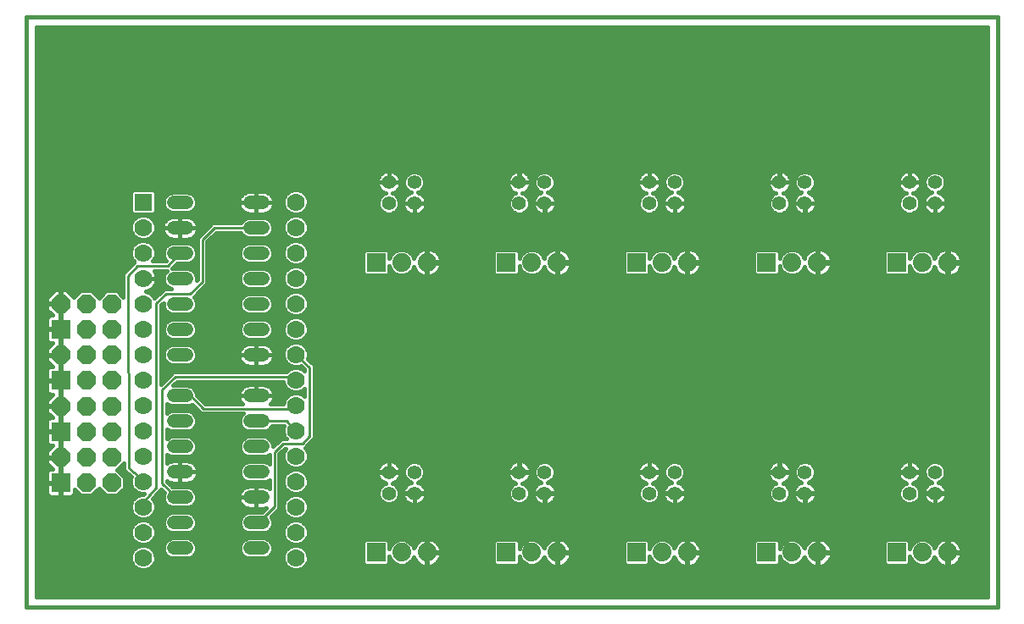
<source format=gbl>
G75*
%MOIN*%
%OFA0B0*%
%FSLAX24Y24*%
%IPPOS*%
%LPD*%
%AMOC8*
5,1,8,0,0,1.08239X$1,22.5*
%
%ADD10C,0.0160*%
%ADD11C,0.0554*%
%ADD12R,0.0740X0.0740*%
%ADD13C,0.0740*%
%ADD14C,0.0520*%
%ADD15OC8,0.0740*%
%ADD16R,0.0700X0.0700*%
%ADD17C,0.0700*%
%ADD18C,0.0100*%
D10*
X000180Y000180D02*
X038369Y000180D01*
X038369Y023408D01*
X000180Y023408D01*
X000180Y000180D01*
X000574Y000574D02*
X000574Y023015D01*
X037975Y023015D01*
X037975Y000574D01*
X000574Y000574D01*
X000574Y000645D02*
X037975Y000645D01*
X037975Y000804D02*
X000574Y000804D01*
X000574Y000962D02*
X037975Y000962D01*
X037975Y001121D02*
X000574Y001121D01*
X000574Y001279D02*
X037975Y001279D01*
X037975Y001438D02*
X000574Y001438D01*
X000574Y001596D02*
X037975Y001596D01*
X037975Y001755D02*
X011093Y001755D01*
X011048Y001709D02*
X011186Y001847D01*
X011261Y002027D01*
X011261Y002222D01*
X011186Y002402D01*
X011048Y002540D01*
X010868Y002615D01*
X010673Y002615D01*
X010493Y002540D01*
X010355Y002402D01*
X010281Y002222D01*
X010281Y002027D01*
X010355Y001847D01*
X010493Y001709D01*
X010673Y001635D01*
X010868Y001635D01*
X011048Y001709D01*
X011213Y001913D02*
X013424Y001913D01*
X013424Y001904D02*
X013506Y001822D01*
X014362Y001822D01*
X014444Y001904D01*
X014444Y002182D01*
X014502Y002043D01*
X014645Y001899D01*
X014832Y001822D01*
X015035Y001822D01*
X015223Y001899D01*
X015366Y002043D01*
X015413Y002155D01*
X015424Y002120D01*
X015464Y002043D01*
X015514Y001973D01*
X015576Y001912D01*
X015646Y001861D01*
X015723Y001822D01*
X015805Y001795D01*
X015891Y001782D01*
X015914Y001782D01*
X015914Y002312D01*
X015954Y002312D01*
X015954Y002352D01*
X015914Y002352D01*
X015914Y002882D01*
X015891Y002882D01*
X015805Y002868D01*
X015723Y002841D01*
X015646Y002802D01*
X015576Y002751D01*
X015514Y002690D01*
X015464Y002620D01*
X015424Y002543D01*
X015413Y002508D01*
X015366Y002620D01*
X015223Y002764D01*
X015035Y002842D01*
X014832Y002842D01*
X014645Y002764D01*
X014502Y002620D01*
X014444Y002481D01*
X014444Y002760D01*
X014362Y002842D01*
X013506Y002842D01*
X013424Y002760D01*
X013424Y001904D01*
X013424Y002072D02*
X011261Y002072D01*
X011257Y002230D02*
X013424Y002230D01*
X013424Y002389D02*
X011192Y002389D01*
X011031Y002547D02*
X013424Y002547D01*
X013424Y002706D02*
X011039Y002706D01*
X011048Y002709D02*
X011186Y002847D01*
X011261Y003027D01*
X011261Y003222D01*
X011186Y003402D01*
X011048Y003540D01*
X010868Y003615D01*
X010673Y003615D01*
X010493Y003540D01*
X010355Y003402D01*
X010281Y003222D01*
X010281Y003027D01*
X010355Y002847D01*
X010493Y002709D01*
X010673Y002635D01*
X010868Y002635D01*
X011048Y002709D01*
X011193Y002864D02*
X015794Y002864D01*
X015914Y002864D02*
X015954Y002864D01*
X015954Y002882D02*
X015977Y002882D01*
X016063Y002868D01*
X016145Y002841D01*
X016222Y002802D01*
X016292Y002751D01*
X016353Y002690D01*
X016404Y002620D01*
X016444Y002543D01*
X016470Y002460D01*
X016484Y002375D01*
X016484Y002352D01*
X015954Y002352D01*
X015954Y002882D01*
X016074Y002864D02*
X020912Y002864D01*
X020923Y002868D02*
X020841Y002841D01*
X020764Y002802D01*
X020694Y002751D01*
X020633Y002690D01*
X020582Y002620D01*
X020542Y002543D01*
X020531Y002508D01*
X020484Y002620D01*
X020341Y002764D01*
X020153Y002842D01*
X019951Y002842D01*
X019763Y002764D01*
X019620Y002620D01*
X019562Y002481D01*
X019562Y002760D01*
X019480Y002842D01*
X018624Y002842D01*
X018542Y002760D01*
X018542Y001904D01*
X018624Y001822D01*
X019480Y001822D01*
X019562Y001904D01*
X019562Y002182D01*
X019620Y002043D01*
X019763Y001899D01*
X019951Y001822D01*
X020153Y001822D01*
X020341Y001899D01*
X020484Y002043D01*
X020531Y002155D01*
X020542Y002120D01*
X020582Y002043D01*
X020633Y001973D01*
X020694Y001912D01*
X020764Y001861D01*
X020841Y001822D01*
X020923Y001795D01*
X021009Y001782D01*
X021032Y001782D01*
X021032Y002312D01*
X021072Y002312D01*
X021072Y002352D01*
X021032Y002352D01*
X021032Y002882D01*
X021009Y002882D01*
X020923Y002868D01*
X021032Y002864D02*
X021072Y002864D01*
X021072Y002882D02*
X021095Y002882D01*
X021181Y002868D01*
X021263Y002841D01*
X021340Y002802D01*
X021410Y002751D01*
X021472Y002690D01*
X021522Y002620D01*
X021562Y002543D01*
X021589Y002460D01*
X021602Y002375D01*
X021602Y002352D01*
X021072Y002352D01*
X021072Y002882D01*
X021192Y002864D02*
X026030Y002864D01*
X026041Y002868D02*
X025959Y002841D01*
X025882Y002802D01*
X025812Y002751D01*
X025751Y002690D01*
X025700Y002620D01*
X025660Y002543D01*
X025649Y002508D01*
X025603Y002620D01*
X025459Y002764D01*
X025272Y002842D01*
X025069Y002842D01*
X024881Y002764D01*
X024738Y002620D01*
X024680Y002481D01*
X024680Y002760D01*
X024598Y002842D01*
X023742Y002842D01*
X023660Y002760D01*
X023660Y001904D01*
X023742Y001822D01*
X024598Y001822D01*
X024680Y001904D01*
X024680Y002182D01*
X024738Y002043D01*
X024881Y001899D01*
X025069Y001822D01*
X025272Y001822D01*
X025459Y001899D01*
X025603Y002043D01*
X025649Y002155D01*
X025660Y002120D01*
X025700Y002043D01*
X025751Y001973D01*
X025812Y001912D01*
X025882Y001861D01*
X025959Y001822D01*
X026041Y001795D01*
X026127Y001782D01*
X026150Y001782D01*
X026150Y002312D01*
X026190Y002312D01*
X026190Y002352D01*
X026150Y002352D01*
X026150Y002882D01*
X026127Y002882D01*
X026041Y002868D01*
X026150Y002864D02*
X026190Y002864D01*
X026190Y002882D02*
X026213Y002882D01*
X026299Y002868D01*
X026381Y002841D01*
X026458Y002802D01*
X026528Y002751D01*
X026590Y002690D01*
X026641Y002620D01*
X026680Y002543D01*
X026707Y002460D01*
X026720Y002375D01*
X026720Y002352D01*
X026190Y002352D01*
X026190Y002882D01*
X026310Y002864D02*
X031148Y002864D01*
X031159Y002868D02*
X031077Y002841D01*
X031000Y002802D01*
X030930Y002751D01*
X030869Y002690D01*
X030818Y002620D01*
X030779Y002543D01*
X030767Y002508D01*
X030721Y002620D01*
X030577Y002764D01*
X030390Y002842D01*
X030187Y002842D01*
X029999Y002764D01*
X029856Y002620D01*
X029798Y002481D01*
X029798Y002760D01*
X029716Y002842D01*
X028860Y002842D01*
X028778Y002760D01*
X028778Y001904D01*
X028860Y001822D01*
X029716Y001822D01*
X029798Y001904D01*
X029798Y002182D01*
X029856Y002043D01*
X029999Y001899D01*
X030187Y001822D01*
X030390Y001822D01*
X030577Y001899D01*
X030721Y002043D01*
X030767Y002155D01*
X030779Y002120D01*
X030818Y002043D01*
X030869Y001973D01*
X030930Y001912D01*
X031000Y001861D01*
X031077Y001822D01*
X031159Y001795D01*
X031245Y001782D01*
X031268Y001782D01*
X031268Y002312D01*
X031308Y002312D01*
X031308Y002352D01*
X031268Y002352D01*
X031268Y002882D01*
X031245Y002882D01*
X031159Y002868D01*
X031268Y002864D02*
X031308Y002864D01*
X031308Y002882D02*
X031332Y002882D01*
X031417Y002868D01*
X031499Y002841D01*
X031577Y002802D01*
X031647Y002751D01*
X031708Y002690D01*
X031759Y002620D01*
X031798Y002543D01*
X031825Y002460D01*
X031838Y002375D01*
X031838Y002352D01*
X031308Y002352D01*
X031308Y002882D01*
X031429Y002864D02*
X036266Y002864D01*
X036278Y002868D02*
X036195Y002841D01*
X036118Y002802D01*
X036048Y002751D01*
X035987Y002690D01*
X035936Y002620D01*
X035897Y002543D01*
X035885Y002508D01*
X035839Y002620D01*
X035695Y002764D01*
X035508Y002842D01*
X035305Y002842D01*
X035117Y002764D01*
X034974Y002620D01*
X034916Y002481D01*
X034916Y002760D01*
X034834Y002842D01*
X033978Y002842D01*
X033896Y002760D01*
X033896Y001904D01*
X033978Y001822D01*
X034834Y001822D01*
X034916Y001904D01*
X034916Y002182D01*
X034974Y002043D01*
X035117Y001899D01*
X035305Y001822D01*
X035508Y001822D01*
X035695Y001899D01*
X035839Y002043D01*
X035885Y002155D01*
X035897Y002120D01*
X035936Y002043D01*
X035987Y001973D01*
X036048Y001912D01*
X036118Y001861D01*
X036195Y001822D01*
X036278Y001795D01*
X036363Y001782D01*
X036386Y001782D01*
X036386Y002312D01*
X036426Y002312D01*
X036426Y001782D01*
X036450Y001782D01*
X036535Y001795D01*
X036618Y001822D01*
X036695Y001861D01*
X036765Y001912D01*
X036826Y001973D01*
X036877Y002043D01*
X036916Y002120D01*
X036943Y002203D01*
X036956Y002288D01*
X036956Y002312D01*
X036426Y002312D01*
X036426Y002352D01*
X036386Y002352D01*
X036386Y002882D01*
X036363Y002882D01*
X036278Y002868D01*
X036386Y002864D02*
X036426Y002864D01*
X036426Y002882D02*
X036450Y002882D01*
X036535Y002868D01*
X036618Y002841D01*
X036695Y002802D01*
X036765Y002751D01*
X036826Y002690D01*
X036877Y002620D01*
X036916Y002543D01*
X036943Y002460D01*
X036956Y002375D01*
X036956Y002352D01*
X036426Y002352D01*
X036426Y002882D01*
X036547Y002864D02*
X037975Y002864D01*
X037975Y002706D02*
X036810Y002706D01*
X036914Y002547D02*
X037975Y002547D01*
X037975Y002389D02*
X036954Y002389D01*
X036947Y002230D02*
X037975Y002230D01*
X037975Y002072D02*
X036891Y002072D01*
X036766Y001913D02*
X037975Y001913D01*
X037975Y003023D02*
X011259Y003023D01*
X011261Y003181D02*
X037975Y003181D01*
X037975Y003340D02*
X011212Y003340D01*
X011090Y003498D02*
X037975Y003498D01*
X037975Y003657D02*
X010921Y003657D01*
X010868Y003635D02*
X011048Y003709D01*
X011186Y003847D01*
X011261Y004027D01*
X011261Y004222D01*
X011186Y004402D01*
X011048Y004540D01*
X010868Y004615D01*
X010673Y004615D01*
X010493Y004540D01*
X010355Y004402D01*
X010281Y004222D01*
X010281Y004027D01*
X010355Y003847D01*
X010493Y003709D01*
X010673Y003635D01*
X010868Y003635D01*
X010620Y003657D02*
X009851Y003657D01*
X009822Y003725D02*
X009806Y003742D01*
X010007Y003943D01*
X010118Y004054D01*
X010118Y006213D01*
X010355Y006423D01*
X010376Y006423D01*
X010355Y006402D01*
X010281Y006222D01*
X010281Y006027D01*
X010355Y005847D01*
X010493Y005709D01*
X010673Y005635D01*
X010868Y005635D01*
X011048Y005709D01*
X011186Y005847D01*
X011261Y006027D01*
X011261Y006222D01*
X011186Y006402D01*
X011139Y006449D01*
X011169Y006483D01*
X011220Y006534D01*
X011220Y006542D01*
X011445Y006798D01*
X011496Y006849D01*
X011496Y006857D01*
X011501Y006862D01*
X011496Y006934D01*
X011496Y009554D01*
X011499Y009557D01*
X011496Y009632D01*
X011496Y009708D01*
X011493Y009710D01*
X011493Y009715D01*
X011438Y009766D01*
X011385Y009819D01*
X011380Y009819D01*
X011231Y009957D01*
X011261Y010027D01*
X011261Y010222D01*
X011186Y010402D01*
X011048Y010540D01*
X010868Y010615D01*
X010673Y010615D01*
X010493Y010540D01*
X010355Y010402D01*
X010281Y010222D01*
X010281Y010027D01*
X010355Y009847D01*
X010493Y009709D01*
X010673Y009635D01*
X010868Y009635D01*
X010973Y009678D01*
X011116Y009546D01*
X011116Y009472D01*
X011048Y009540D01*
X010868Y009615D01*
X010673Y009615D01*
X010493Y009540D01*
X010394Y009441D01*
X005952Y009441D01*
X005840Y009330D01*
X005472Y008962D01*
X005472Y012080D01*
X005563Y012161D01*
X005563Y012026D01*
X005624Y011879D01*
X005737Y011766D01*
X005884Y011705D01*
X006563Y011705D01*
X006710Y011766D01*
X006822Y011879D01*
X006883Y012026D01*
X006883Y012185D01*
X006822Y012332D01*
X006763Y012392D01*
X007172Y012801D01*
X007283Y012912D01*
X007283Y014566D01*
X007645Y014927D01*
X008604Y014927D01*
X008624Y014879D01*
X008737Y014766D01*
X008884Y014705D01*
X009563Y014705D01*
X009710Y014766D01*
X009822Y014879D01*
X009883Y015026D01*
X009883Y015185D01*
X009822Y015332D01*
X009710Y015444D01*
X009563Y015505D01*
X008884Y015505D01*
X008737Y015444D01*
X008624Y015332D01*
X008614Y015307D01*
X007487Y015307D01*
X007376Y015196D01*
X006903Y014723D01*
X006903Y013070D01*
X006883Y013050D01*
X006883Y013185D01*
X006822Y013332D01*
X006710Y013444D01*
X006563Y013505D01*
X005892Y013505D01*
X006092Y013705D01*
X006563Y013705D01*
X006710Y013766D01*
X006822Y013879D01*
X006883Y014026D01*
X006883Y014185D01*
X006822Y014332D01*
X006710Y014444D01*
X006563Y014505D01*
X005884Y014505D01*
X005737Y014444D01*
X005624Y014332D01*
X005563Y014185D01*
X005563Y014026D01*
X005624Y013879D01*
X005676Y013827D01*
X005660Y013811D01*
X005150Y013811D01*
X005186Y013847D01*
X005261Y014027D01*
X005261Y014222D01*
X005186Y014402D01*
X005048Y014540D01*
X004868Y014615D01*
X004673Y014615D01*
X004493Y014540D01*
X004355Y014402D01*
X004281Y014222D01*
X004281Y014027D01*
X004355Y013847D01*
X004423Y013780D01*
X004398Y013754D01*
X004344Y013700D01*
X004344Y013697D01*
X004024Y013360D01*
X003970Y013305D01*
X003970Y013303D01*
X003968Y013301D01*
X003970Y013224D01*
X003975Y012398D01*
X003738Y012635D01*
X003315Y012635D01*
X003026Y012346D01*
X002738Y012635D01*
X002315Y012635D01*
X002055Y012374D01*
X001754Y012675D01*
X001546Y012675D01*
X001546Y012145D01*
X001506Y012145D01*
X001506Y012105D01*
X000976Y012105D01*
X000976Y011897D01*
X001199Y011675D01*
X001133Y011675D01*
X001087Y011663D01*
X001046Y011639D01*
X001012Y011605D01*
X000989Y011564D01*
X000976Y011519D01*
X000976Y011145D01*
X001506Y011145D01*
X001506Y011105D01*
X000976Y011105D01*
X000976Y010731D01*
X000989Y010685D01*
X001012Y010644D01*
X001046Y010611D01*
X001087Y010587D01*
X001133Y010575D01*
X001218Y010575D01*
X000976Y010333D01*
X000976Y010125D01*
X001506Y010125D01*
X001506Y010085D01*
X000976Y010085D01*
X000976Y009877D01*
X001199Y009655D01*
X001133Y009655D01*
X001087Y009643D01*
X001046Y009619D01*
X001012Y009586D01*
X000989Y009545D01*
X000976Y009499D01*
X000976Y009125D01*
X001506Y009125D01*
X001506Y009085D01*
X000976Y009085D01*
X000976Y008711D01*
X000989Y008666D01*
X001012Y008625D01*
X001046Y008591D01*
X001087Y008567D01*
X001133Y008555D01*
X001218Y008555D01*
X000976Y008313D01*
X000976Y008106D01*
X001506Y008106D01*
X001506Y009085D01*
X001546Y009085D01*
X001546Y008636D01*
X001546Y008106D01*
X001506Y008106D01*
X001506Y008066D01*
X000976Y008066D01*
X000976Y007858D01*
X001199Y007636D01*
X001133Y007636D01*
X001087Y007623D01*
X001046Y007600D01*
X001012Y007566D01*
X000989Y007525D01*
X000976Y007479D01*
X000976Y007106D01*
X001506Y007106D01*
X001506Y008066D01*
X001546Y008066D01*
X001546Y007536D01*
X001546Y007106D01*
X001506Y007106D01*
X001506Y007066D01*
X000976Y007066D01*
X000976Y006692D01*
X000989Y006646D01*
X001012Y006605D01*
X001046Y006571D01*
X001087Y006548D01*
X001133Y006536D01*
X001208Y006536D01*
X000976Y006303D01*
X000976Y006096D01*
X001506Y006096D01*
X001506Y006056D01*
X000976Y006056D01*
X000976Y005848D01*
X001199Y005626D01*
X001133Y005626D01*
X001087Y005613D01*
X001046Y005590D01*
X001012Y005556D01*
X000989Y005515D01*
X000976Y005469D01*
X000976Y005096D01*
X001506Y005096D01*
X001506Y005056D01*
X000976Y005056D01*
X000976Y004682D01*
X000989Y004636D01*
X001012Y004595D01*
X001046Y004562D01*
X001087Y004538D01*
X001133Y004526D01*
X001506Y004526D01*
X001506Y005056D01*
X001546Y005056D01*
X001546Y004526D01*
X001920Y004526D01*
X001966Y004538D01*
X002007Y004562D01*
X002040Y004595D01*
X002064Y004636D01*
X002076Y004682D01*
X002076Y004804D01*
X002315Y004566D01*
X002738Y004566D01*
X003026Y004854D01*
X003315Y004566D01*
X003738Y004566D01*
X004036Y004864D01*
X004036Y005287D01*
X003748Y005576D01*
X004009Y005837D01*
X004009Y005714D01*
X004002Y005705D01*
X004010Y005637D01*
X004010Y005569D01*
X004019Y005560D01*
X004020Y005549D01*
X004073Y005506D01*
X004122Y005458D01*
X004134Y005458D01*
X004318Y005312D01*
X004281Y005222D01*
X004281Y005027D01*
X004355Y004847D01*
X004493Y004709D01*
X004673Y004635D01*
X004795Y004635D01*
X004776Y004615D01*
X004673Y004615D01*
X004493Y004540D01*
X004355Y004402D01*
X004281Y004222D01*
X004281Y004027D01*
X004355Y003847D01*
X004493Y003709D01*
X004673Y003635D01*
X004868Y003635D01*
X005048Y003709D01*
X005186Y003847D01*
X005261Y004027D01*
X005261Y004222D01*
X005186Y004402D01*
X005140Y004448D01*
X005419Y004749D01*
X005472Y004802D01*
X005472Y004806D01*
X005475Y004809D01*
X005475Y004813D01*
X005606Y004682D01*
X005563Y004578D01*
X005563Y004419D01*
X005624Y004272D01*
X005737Y004160D01*
X005884Y004099D01*
X006563Y004099D01*
X006710Y004160D01*
X006822Y004272D01*
X006883Y004419D01*
X006883Y004578D01*
X006822Y004725D01*
X006710Y004838D01*
X006563Y004899D01*
X005927Y004899D01*
X005709Y005117D01*
X005709Y005140D01*
X005733Y005123D01*
X005794Y005091D01*
X005860Y005070D01*
X005929Y005059D01*
X006223Y005059D01*
X006223Y005499D01*
X006223Y005939D01*
X005929Y005939D01*
X005860Y005928D01*
X005794Y005907D01*
X005733Y005875D01*
X005709Y005858D01*
X005709Y006188D01*
X005737Y006160D01*
X005884Y006099D01*
X006563Y006099D01*
X006710Y006160D01*
X006822Y006272D01*
X006883Y006419D01*
X006883Y006578D01*
X006822Y006725D01*
X006710Y006838D01*
X006563Y006899D01*
X005884Y006899D01*
X005737Y006838D01*
X005709Y006810D01*
X005709Y007188D01*
X005737Y007160D01*
X005884Y007099D01*
X006563Y007099D01*
X006710Y007160D01*
X006822Y007272D01*
X006883Y007419D01*
X006883Y007578D01*
X006822Y007725D01*
X006710Y007838D01*
X006563Y007899D01*
X005884Y007899D01*
X005737Y007838D01*
X005709Y007810D01*
X005709Y008188D01*
X005737Y008160D01*
X005884Y008099D01*
X006563Y008099D01*
X006700Y008156D01*
X006943Y007912D01*
X007054Y007801D01*
X008700Y007801D01*
X008624Y007725D01*
X008563Y007578D01*
X008563Y007419D01*
X008624Y007272D01*
X008737Y007160D01*
X008884Y007099D01*
X009563Y007099D01*
X009710Y007160D01*
X009822Y007272D01*
X009838Y007309D01*
X010316Y007309D01*
X010281Y007222D01*
X010281Y007027D01*
X010355Y006847D01*
X010399Y006803D01*
X010288Y006803D01*
X010215Y006807D01*
X010210Y006803D01*
X010204Y006803D01*
X010152Y006751D01*
X009883Y006513D01*
X009883Y006578D01*
X009822Y006725D01*
X009710Y006838D01*
X009563Y006899D01*
X008884Y006899D01*
X008737Y006838D01*
X008624Y006725D01*
X008563Y006578D01*
X008563Y006419D01*
X008624Y006272D01*
X008737Y006160D01*
X008884Y006099D01*
X009563Y006099D01*
X009710Y006160D01*
X009738Y006188D01*
X009738Y005810D01*
X009710Y005838D01*
X009563Y005899D01*
X008884Y005899D01*
X008737Y005838D01*
X008624Y005725D01*
X008563Y005578D01*
X008563Y005419D01*
X008624Y005272D01*
X008737Y005160D01*
X008884Y005099D01*
X009563Y005099D01*
X009710Y005160D01*
X009738Y005188D01*
X009738Y004858D01*
X009714Y004875D01*
X009652Y004907D01*
X009586Y004928D01*
X009518Y004939D01*
X009223Y004939D01*
X008929Y004939D01*
X008860Y004928D01*
X008794Y004907D01*
X008733Y004875D01*
X008677Y004835D01*
X008628Y004786D01*
X008587Y004730D01*
X008556Y004668D01*
X008534Y004602D01*
X008523Y004534D01*
X008523Y004499D01*
X009223Y004499D01*
X009223Y004499D01*
X009223Y004939D01*
X009223Y004499D01*
X009223Y004499D01*
X008523Y004499D01*
X008523Y004464D01*
X008534Y004396D01*
X008556Y004330D01*
X008587Y004268D01*
X008628Y004212D01*
X008677Y004163D01*
X008733Y004123D01*
X008794Y004091D01*
X008860Y004070D01*
X008929Y004059D01*
X009223Y004059D01*
X009223Y004499D01*
X009223Y004499D01*
X009223Y004059D01*
X009518Y004059D01*
X009586Y004070D01*
X009601Y004075D01*
X009425Y003899D01*
X008884Y003899D01*
X008737Y003838D01*
X008624Y003725D01*
X008563Y003578D01*
X008563Y003419D01*
X008624Y003272D01*
X008737Y003160D01*
X008884Y003099D01*
X009563Y003099D01*
X009710Y003160D01*
X009822Y003272D01*
X009883Y003419D01*
X009883Y003578D01*
X009822Y003725D01*
X009879Y003815D02*
X010387Y003815D01*
X010303Y003974D02*
X010038Y003974D01*
X010118Y004132D02*
X010281Y004132D01*
X010309Y004291D02*
X010118Y004291D01*
X010118Y004449D02*
X010402Y004449D01*
X010493Y004709D02*
X010673Y004635D01*
X010868Y004635D01*
X011048Y004709D01*
X011186Y004847D01*
X011261Y005027D01*
X011261Y005222D01*
X011186Y005402D01*
X011048Y005540D01*
X010868Y005615D01*
X010673Y005615D01*
X010493Y005540D01*
X010355Y005402D01*
X010281Y005222D01*
X010281Y005027D01*
X010355Y004847D01*
X010493Y004709D01*
X010436Y004766D02*
X010118Y004766D01*
X010118Y004608D02*
X010656Y004608D01*
X010885Y004608D02*
X014017Y004608D01*
X014017Y004579D02*
X014080Y004425D01*
X014198Y004308D01*
X014351Y004244D01*
X014517Y004244D01*
X014670Y004308D01*
X014788Y004425D01*
X014851Y004579D01*
X014851Y004745D01*
X014788Y004898D01*
X014670Y005015D01*
X014572Y005056D01*
X014609Y005068D01*
X014674Y005101D01*
X014732Y005143D01*
X014783Y005194D01*
X014825Y005252D01*
X014858Y005316D01*
X014880Y005385D01*
X014891Y005456D01*
X014891Y005483D01*
X014443Y005483D01*
X014443Y005500D01*
X014891Y005500D01*
X014891Y005528D01*
X014880Y005599D01*
X014858Y005667D01*
X014825Y005731D01*
X014783Y005789D01*
X014732Y005840D01*
X014674Y005883D01*
X014609Y005915D01*
X014541Y005937D01*
X014470Y005949D01*
X014443Y005949D01*
X014443Y005500D01*
X014425Y005500D01*
X014425Y005483D01*
X013977Y005483D01*
X013977Y005456D01*
X013988Y005385D01*
X014010Y005316D01*
X014043Y005252D01*
X014085Y005194D01*
X014136Y005143D01*
X014194Y005101D01*
X014258Y005068D01*
X014296Y005056D01*
X014198Y005015D01*
X014080Y004898D01*
X014017Y004745D01*
X014017Y004579D01*
X014070Y004449D02*
X011139Y004449D01*
X011232Y004291D02*
X014239Y004291D01*
X014629Y004291D02*
X015166Y004291D01*
X015194Y004271D02*
X015258Y004238D01*
X015327Y004216D01*
X015398Y004204D01*
X015425Y004204D01*
X015425Y004653D01*
X014977Y004653D01*
X014977Y004626D01*
X014988Y004555D01*
X015010Y004486D01*
X015043Y004422D01*
X015085Y004364D01*
X015136Y004313D01*
X015194Y004271D01*
X015425Y004291D02*
X015443Y004291D01*
X015443Y004204D02*
X015470Y004204D01*
X015541Y004216D01*
X015609Y004238D01*
X015674Y004271D01*
X015732Y004313D01*
X015783Y004364D01*
X015825Y004422D01*
X015858Y004486D01*
X015880Y004555D01*
X015891Y004626D01*
X015891Y004653D01*
X015443Y004653D01*
X015443Y004670D01*
X015891Y004670D01*
X015891Y004698D01*
X015880Y004769D01*
X015858Y004837D01*
X015825Y004901D01*
X015783Y004959D01*
X015732Y005010D01*
X015674Y005053D01*
X015609Y005085D01*
X015572Y005097D01*
X015670Y005138D01*
X015788Y005255D01*
X015851Y005409D01*
X015851Y005575D01*
X015788Y005728D01*
X015670Y005845D01*
X015517Y005909D01*
X015351Y005909D01*
X015198Y005845D01*
X015080Y005728D01*
X015017Y005575D01*
X015017Y005409D01*
X015080Y005255D01*
X015198Y005138D01*
X015296Y005097D01*
X015258Y005085D01*
X015194Y005053D01*
X015136Y005010D01*
X015085Y004959D01*
X015043Y004901D01*
X015010Y004837D01*
X014988Y004769D01*
X014977Y004698D01*
X014977Y004670D01*
X015425Y004670D01*
X015425Y004653D01*
X015443Y004653D01*
X015443Y004204D01*
X015425Y004449D02*
X015443Y004449D01*
X015443Y004608D02*
X015425Y004608D01*
X015701Y004291D02*
X019357Y004291D01*
X019316Y004308D02*
X019469Y004244D01*
X019635Y004244D01*
X019788Y004308D01*
X019906Y004425D01*
X019969Y004579D01*
X019969Y004745D01*
X019906Y004898D01*
X019788Y005015D01*
X019690Y005056D01*
X019728Y005068D01*
X019792Y005101D01*
X019850Y005143D01*
X019901Y005194D01*
X019943Y005252D01*
X019976Y005316D01*
X019998Y005385D01*
X020009Y005456D01*
X020009Y005483D01*
X019561Y005483D01*
X019561Y005500D01*
X020009Y005500D01*
X020009Y005528D01*
X019998Y005599D01*
X019976Y005667D01*
X019943Y005731D01*
X019901Y005789D01*
X019850Y005840D01*
X019792Y005883D01*
X019728Y005915D01*
X019659Y005937D01*
X019588Y005949D01*
X019561Y005949D01*
X019561Y005500D01*
X019543Y005500D01*
X019543Y005483D01*
X019095Y005483D01*
X019095Y005456D01*
X019106Y005385D01*
X019128Y005316D01*
X019161Y005252D01*
X019203Y005194D01*
X019254Y005143D01*
X019312Y005101D01*
X019377Y005068D01*
X019414Y005056D01*
X019316Y005015D01*
X019198Y004898D01*
X019135Y004745D01*
X019135Y004579D01*
X019198Y004425D01*
X019316Y004308D01*
X019188Y004449D02*
X015839Y004449D01*
X015888Y004608D02*
X019135Y004608D01*
X019144Y004766D02*
X015880Y004766D01*
X015808Y004925D02*
X019225Y004925D01*
X019346Y005083D02*
X015613Y005083D01*
X015774Y005242D02*
X019168Y005242D01*
X019104Y005400D02*
X015848Y005400D01*
X015851Y005559D02*
X019100Y005559D01*
X019095Y005528D02*
X019095Y005500D01*
X019543Y005500D01*
X019543Y005949D01*
X019516Y005949D01*
X019445Y005937D01*
X019377Y005915D01*
X019312Y005883D01*
X019254Y005840D01*
X019203Y005789D01*
X019161Y005731D01*
X019128Y005667D01*
X019106Y005599D01*
X019095Y005528D01*
X019154Y005717D02*
X015792Y005717D01*
X015596Y005876D02*
X019303Y005876D01*
X019543Y005876D02*
X019561Y005876D01*
X019561Y005717D02*
X019543Y005717D01*
X019543Y005559D02*
X019561Y005559D01*
X019801Y005876D02*
X020390Y005876D01*
X020316Y005845D02*
X020198Y005728D01*
X020135Y005575D01*
X020135Y005409D01*
X020198Y005255D01*
X020316Y005138D01*
X020414Y005097D01*
X020377Y005085D01*
X020312Y005053D01*
X020254Y005010D01*
X020203Y004959D01*
X020161Y004901D01*
X020128Y004837D01*
X020106Y004769D01*
X020095Y004698D01*
X020095Y004670D01*
X020543Y004670D01*
X020543Y004653D01*
X020095Y004653D01*
X020095Y004626D01*
X020106Y004555D01*
X020128Y004486D01*
X020161Y004422D01*
X020203Y004364D01*
X020254Y004313D01*
X020312Y004271D01*
X020377Y004238D01*
X020445Y004216D01*
X020516Y004204D01*
X020543Y004204D01*
X020543Y004653D01*
X020561Y004653D01*
X020561Y004670D01*
X021009Y004670D01*
X021009Y004698D01*
X020998Y004769D01*
X020976Y004837D01*
X020943Y004901D01*
X020901Y004959D01*
X020850Y005010D01*
X020792Y005053D01*
X020728Y005085D01*
X020690Y005097D01*
X020788Y005138D01*
X020906Y005255D01*
X020969Y005409D01*
X020969Y005575D01*
X020906Y005728D01*
X020788Y005845D01*
X020635Y005909D01*
X020469Y005909D01*
X020316Y005845D01*
X020194Y005717D02*
X019950Y005717D01*
X020004Y005559D02*
X020135Y005559D01*
X020138Y005400D02*
X020000Y005400D01*
X019936Y005242D02*
X020212Y005242D01*
X020373Y005083D02*
X019758Y005083D01*
X019879Y004925D02*
X020178Y004925D01*
X020106Y004766D02*
X019960Y004766D01*
X019969Y004608D02*
X020098Y004608D01*
X020147Y004449D02*
X019916Y004449D01*
X019747Y004291D02*
X020285Y004291D01*
X020543Y004291D02*
X020561Y004291D01*
X020561Y004204D02*
X020588Y004204D01*
X020659Y004216D01*
X020728Y004238D01*
X020792Y004271D01*
X020850Y004313D01*
X020901Y004364D01*
X020943Y004422D01*
X020976Y004486D01*
X020998Y004555D01*
X021009Y004626D01*
X021009Y004653D01*
X020561Y004653D01*
X020561Y004204D01*
X020543Y004449D02*
X020561Y004449D01*
X020561Y004608D02*
X020543Y004608D01*
X020820Y004291D02*
X024475Y004291D01*
X024434Y004308D02*
X024587Y004244D01*
X024753Y004244D01*
X024906Y004308D01*
X025024Y004425D01*
X025087Y004579D01*
X025087Y004745D01*
X025024Y004898D01*
X024906Y005015D01*
X024808Y005056D01*
X024846Y005068D01*
X024910Y005101D01*
X024968Y005143D01*
X025019Y005194D01*
X025061Y005252D01*
X025094Y005316D01*
X025116Y005385D01*
X025127Y005456D01*
X025127Y005483D01*
X024679Y005483D01*
X024679Y005500D01*
X025127Y005500D01*
X025127Y005528D01*
X025116Y005599D01*
X025094Y005667D01*
X025061Y005731D01*
X025019Y005789D01*
X024968Y005840D01*
X024910Y005883D01*
X024846Y005915D01*
X024777Y005937D01*
X024706Y005949D01*
X024679Y005949D01*
X024679Y005500D01*
X024662Y005500D01*
X024662Y005949D01*
X024634Y005949D01*
X024563Y005937D01*
X024495Y005915D01*
X024431Y005883D01*
X024372Y005840D01*
X024321Y005789D01*
X024279Y005731D01*
X024246Y005667D01*
X024224Y005599D01*
X024213Y005528D01*
X024213Y005500D01*
X024662Y005500D01*
X024662Y005483D01*
X024213Y005483D01*
X024213Y005456D01*
X024224Y005385D01*
X024246Y005316D01*
X024279Y005252D01*
X024321Y005194D01*
X024372Y005143D01*
X024431Y005101D01*
X024495Y005068D01*
X024532Y005056D01*
X024434Y005015D01*
X024317Y004898D01*
X024253Y004745D01*
X024253Y004579D01*
X024317Y004425D01*
X024434Y004308D01*
X024307Y004449D02*
X020957Y004449D01*
X021006Y004608D02*
X024253Y004608D01*
X024262Y004766D02*
X020998Y004766D01*
X020926Y004925D02*
X024343Y004925D01*
X024464Y005083D02*
X020731Y005083D01*
X020892Y005242D02*
X024287Y005242D01*
X024222Y005400D02*
X020966Y005400D01*
X020969Y005559D02*
X024218Y005559D01*
X024272Y005717D02*
X020910Y005717D01*
X020715Y005876D02*
X024421Y005876D01*
X024662Y005876D02*
X024679Y005876D01*
X024662Y005717D02*
X024679Y005717D01*
X024662Y005559D02*
X024679Y005559D01*
X024919Y005876D02*
X025508Y005876D01*
X025434Y005845D02*
X025587Y005909D01*
X025753Y005909D01*
X025906Y005845D01*
X026024Y005728D01*
X026087Y005575D01*
X026087Y005409D01*
X026024Y005255D01*
X025906Y005138D01*
X025808Y005097D01*
X025846Y005085D01*
X025910Y005053D01*
X025968Y005010D01*
X026019Y004959D01*
X026061Y004901D01*
X026094Y004837D01*
X026116Y004769D01*
X026127Y004698D01*
X026127Y004670D01*
X025679Y004670D01*
X025679Y004653D01*
X026127Y004653D01*
X026127Y004626D01*
X026116Y004555D01*
X026094Y004486D01*
X026061Y004422D01*
X026019Y004364D01*
X025968Y004313D01*
X025910Y004271D01*
X025846Y004238D01*
X025777Y004216D01*
X025706Y004204D01*
X025679Y004204D01*
X025679Y004653D01*
X025662Y004653D01*
X025662Y004204D01*
X025634Y004204D01*
X025563Y004216D01*
X025495Y004238D01*
X025431Y004271D01*
X025372Y004313D01*
X025321Y004364D01*
X025279Y004422D01*
X025246Y004486D01*
X025224Y004555D01*
X025213Y004626D01*
X025213Y004653D01*
X025662Y004653D01*
X025662Y004670D01*
X025213Y004670D01*
X025213Y004698D01*
X025224Y004769D01*
X025246Y004837D01*
X025279Y004901D01*
X025321Y004959D01*
X025372Y005010D01*
X025431Y005053D01*
X025495Y005085D01*
X025532Y005097D01*
X025434Y005138D01*
X025317Y005255D01*
X025253Y005409D01*
X025253Y005575D01*
X025317Y005728D01*
X025434Y005845D01*
X025312Y005717D02*
X025068Y005717D01*
X025122Y005559D02*
X025253Y005559D01*
X025256Y005400D02*
X025119Y005400D01*
X025054Y005242D02*
X025330Y005242D01*
X025491Y005083D02*
X024876Y005083D01*
X024997Y004925D02*
X025296Y004925D01*
X025224Y004766D02*
X025078Y004766D01*
X025087Y004608D02*
X025216Y004608D01*
X025265Y004449D02*
X025034Y004449D01*
X024865Y004291D02*
X025403Y004291D01*
X025662Y004291D02*
X025679Y004291D01*
X025662Y004449D02*
X025679Y004449D01*
X025662Y004608D02*
X025679Y004608D01*
X025938Y004291D02*
X029593Y004291D01*
X029552Y004308D02*
X029705Y004244D01*
X029871Y004244D01*
X030025Y004308D01*
X030142Y004425D01*
X030205Y004579D01*
X030205Y004745D01*
X030142Y004898D01*
X030025Y005015D01*
X029927Y005056D01*
X029964Y005068D01*
X030028Y005101D01*
X030086Y005143D01*
X030137Y005194D01*
X030179Y005252D01*
X030212Y005316D01*
X030234Y005385D01*
X030245Y005456D01*
X030245Y005483D01*
X029797Y005483D01*
X029797Y005500D01*
X030245Y005500D01*
X030245Y005528D01*
X030234Y005599D01*
X030212Y005667D01*
X030179Y005731D01*
X030137Y005789D01*
X030086Y005840D01*
X030028Y005883D01*
X029964Y005915D01*
X029895Y005937D01*
X029824Y005949D01*
X029797Y005949D01*
X029797Y005500D01*
X029780Y005500D01*
X029780Y005949D01*
X029752Y005949D01*
X029681Y005937D01*
X029613Y005915D01*
X029549Y005883D01*
X029490Y005840D01*
X029440Y005789D01*
X029397Y005731D01*
X029365Y005667D01*
X029342Y005599D01*
X029331Y005528D01*
X029331Y005500D01*
X029780Y005500D01*
X029780Y005483D01*
X029331Y005483D01*
X029331Y005456D01*
X029342Y005385D01*
X029365Y005316D01*
X029397Y005252D01*
X029440Y005194D01*
X029490Y005143D01*
X029549Y005101D01*
X029613Y005068D01*
X029650Y005056D01*
X029552Y005015D01*
X029435Y004898D01*
X029371Y004745D01*
X029371Y004579D01*
X029435Y004425D01*
X029552Y004308D01*
X029425Y004449D02*
X026075Y004449D01*
X026125Y004608D02*
X029371Y004608D01*
X029380Y004766D02*
X026116Y004766D01*
X026044Y004925D02*
X029462Y004925D01*
X029583Y005083D02*
X025849Y005083D01*
X026010Y005242D02*
X029405Y005242D01*
X029340Y005400D02*
X026084Y005400D01*
X026087Y005559D02*
X029336Y005559D01*
X029390Y005717D02*
X026028Y005717D01*
X025833Y005876D02*
X029539Y005876D01*
X029780Y005876D02*
X029797Y005876D01*
X029780Y005717D02*
X029797Y005717D01*
X029780Y005559D02*
X029797Y005559D01*
X030037Y005876D02*
X030626Y005876D01*
X030552Y005845D02*
X030435Y005728D01*
X030371Y005575D01*
X030371Y005409D01*
X030435Y005255D01*
X030552Y005138D01*
X030650Y005097D01*
X030613Y005085D01*
X030549Y005053D01*
X030490Y005010D01*
X030440Y004959D01*
X030397Y004901D01*
X030365Y004837D01*
X030342Y004769D01*
X030331Y004698D01*
X030331Y004670D01*
X030780Y004670D01*
X030780Y004653D01*
X030797Y004653D01*
X030797Y004670D01*
X031245Y004670D01*
X031245Y004698D01*
X031234Y004769D01*
X031212Y004837D01*
X031179Y004901D01*
X031137Y004959D01*
X031086Y005010D01*
X031028Y005053D01*
X030964Y005085D01*
X030927Y005097D01*
X031025Y005138D01*
X031142Y005255D01*
X031205Y005409D01*
X031205Y005575D01*
X031142Y005728D01*
X031025Y005845D01*
X030871Y005909D01*
X030705Y005909D01*
X030552Y005845D01*
X030430Y005717D02*
X030186Y005717D01*
X030240Y005559D02*
X030371Y005559D01*
X030375Y005400D02*
X030237Y005400D01*
X030172Y005242D02*
X030448Y005242D01*
X030609Y005083D02*
X029994Y005083D01*
X030115Y004925D02*
X030414Y004925D01*
X030342Y004766D02*
X030196Y004766D01*
X030205Y004608D02*
X030334Y004608D01*
X030331Y004626D02*
X030342Y004555D01*
X030365Y004486D01*
X030397Y004422D01*
X030440Y004364D01*
X030490Y004313D01*
X030549Y004271D01*
X030613Y004238D01*
X030681Y004216D01*
X030752Y004204D01*
X030780Y004204D01*
X030780Y004653D01*
X030331Y004653D01*
X030331Y004626D01*
X030383Y004449D02*
X030152Y004449D01*
X029983Y004291D02*
X030521Y004291D01*
X030780Y004291D02*
X030797Y004291D01*
X030797Y004204D02*
X030824Y004204D01*
X030895Y004216D01*
X030964Y004238D01*
X031028Y004271D01*
X031086Y004313D01*
X031137Y004364D01*
X031179Y004422D01*
X031212Y004486D01*
X031234Y004555D01*
X031245Y004626D01*
X031245Y004653D01*
X030797Y004653D01*
X030797Y004204D01*
X030780Y004449D02*
X030797Y004449D01*
X030780Y004608D02*
X030797Y004608D01*
X031056Y004291D02*
X034711Y004291D01*
X034670Y004308D02*
X034823Y004244D01*
X034989Y004244D01*
X035143Y004308D01*
X035260Y004425D01*
X035324Y004579D01*
X035324Y004745D01*
X035260Y004898D01*
X035143Y005015D01*
X035045Y005056D01*
X035082Y005068D01*
X035146Y005101D01*
X035204Y005143D01*
X035255Y005194D01*
X035297Y005252D01*
X035330Y005316D01*
X035352Y005385D01*
X035364Y005456D01*
X035364Y005483D01*
X034915Y005483D01*
X034915Y005500D01*
X035364Y005500D01*
X035364Y005528D01*
X035352Y005599D01*
X035330Y005667D01*
X035297Y005731D01*
X035255Y005789D01*
X035204Y005840D01*
X035146Y005883D01*
X035082Y005915D01*
X035013Y005937D01*
X034942Y005949D01*
X034915Y005949D01*
X034915Y005500D01*
X034898Y005500D01*
X034898Y005949D01*
X034870Y005949D01*
X034799Y005937D01*
X034731Y005915D01*
X034667Y005883D01*
X034609Y005840D01*
X034558Y005789D01*
X034515Y005731D01*
X034483Y005667D01*
X034460Y005599D01*
X034449Y005528D01*
X034449Y005500D01*
X034898Y005500D01*
X034898Y005483D01*
X034449Y005483D01*
X034449Y005456D01*
X034460Y005385D01*
X034483Y005316D01*
X034515Y005252D01*
X034558Y005194D01*
X034609Y005143D01*
X034667Y005101D01*
X034731Y005068D01*
X034768Y005056D01*
X034670Y005015D01*
X034553Y004898D01*
X034489Y004745D01*
X034489Y004579D01*
X034553Y004425D01*
X034670Y004308D01*
X034543Y004449D02*
X031193Y004449D01*
X031243Y004608D02*
X034489Y004608D01*
X034498Y004766D02*
X031235Y004766D01*
X031162Y004925D02*
X034580Y004925D01*
X034701Y005083D02*
X030968Y005083D01*
X031128Y005242D02*
X034523Y005242D01*
X034458Y005400D02*
X031202Y005400D01*
X031205Y005559D02*
X034454Y005559D01*
X034508Y005717D02*
X031146Y005717D01*
X030951Y005876D02*
X034657Y005876D01*
X034898Y005876D02*
X034915Y005876D01*
X034898Y005717D02*
X034915Y005717D01*
X034898Y005559D02*
X034915Y005559D01*
X035155Y005876D02*
X035744Y005876D01*
X035670Y005845D02*
X035553Y005728D01*
X035489Y005575D01*
X035489Y005409D01*
X035553Y005255D01*
X035670Y005138D01*
X035768Y005097D01*
X035731Y005085D01*
X035667Y005053D01*
X035609Y005010D01*
X035558Y004959D01*
X035515Y004901D01*
X035483Y004837D01*
X035460Y004769D01*
X035449Y004698D01*
X035449Y004670D01*
X035898Y004670D01*
X035898Y004653D01*
X035915Y004653D01*
X035915Y004670D01*
X036364Y004670D01*
X036364Y004698D01*
X036352Y004769D01*
X036330Y004837D01*
X036297Y004901D01*
X036255Y004959D01*
X036204Y005010D01*
X036146Y005053D01*
X036082Y005085D01*
X036045Y005097D01*
X036143Y005138D01*
X036260Y005255D01*
X036324Y005409D01*
X036324Y005575D01*
X036260Y005728D01*
X036143Y005845D01*
X035989Y005909D01*
X035823Y005909D01*
X035670Y005845D01*
X035548Y005717D02*
X035304Y005717D01*
X035359Y005559D02*
X035489Y005559D01*
X035493Y005400D02*
X035355Y005400D01*
X035290Y005242D02*
X035566Y005242D01*
X035727Y005083D02*
X035112Y005083D01*
X035233Y004925D02*
X035533Y004925D01*
X035460Y004766D02*
X035315Y004766D01*
X035324Y004608D02*
X035452Y004608D01*
X035449Y004626D02*
X035460Y004555D01*
X035483Y004486D01*
X035515Y004422D01*
X035558Y004364D01*
X035609Y004313D01*
X035667Y004271D01*
X035731Y004238D01*
X035799Y004216D01*
X035870Y004204D01*
X035898Y004204D01*
X035898Y004653D01*
X035449Y004653D01*
X035449Y004626D01*
X035501Y004449D02*
X035270Y004449D01*
X035101Y004291D02*
X035639Y004291D01*
X035898Y004291D02*
X035915Y004291D01*
X035915Y004204D02*
X035942Y004204D01*
X036013Y004216D01*
X036082Y004238D01*
X036146Y004271D01*
X036204Y004313D01*
X036255Y004364D01*
X036297Y004422D01*
X036330Y004486D01*
X036352Y004555D01*
X036364Y004626D01*
X036364Y004653D01*
X035915Y004653D01*
X035915Y004204D01*
X035898Y004449D02*
X035915Y004449D01*
X035898Y004608D02*
X035915Y004608D01*
X036174Y004291D02*
X037975Y004291D01*
X037975Y004449D02*
X036311Y004449D01*
X036361Y004608D02*
X037975Y004608D01*
X037975Y004766D02*
X036353Y004766D01*
X036280Y004925D02*
X037975Y004925D01*
X037975Y005083D02*
X036086Y005083D01*
X036247Y005242D02*
X037975Y005242D01*
X037975Y005400D02*
X036320Y005400D01*
X036324Y005559D02*
X037975Y005559D01*
X037975Y005717D02*
X036264Y005717D01*
X036069Y005876D02*
X037975Y005876D01*
X037975Y006034D02*
X011261Y006034D01*
X011261Y006193D02*
X037975Y006193D01*
X037975Y006351D02*
X011207Y006351D01*
X011196Y006510D02*
X037975Y006510D01*
X037975Y006668D02*
X011331Y006668D01*
X011473Y006827D02*
X037975Y006827D01*
X037975Y006985D02*
X011496Y006985D01*
X011496Y007144D02*
X037975Y007144D01*
X037975Y007302D02*
X011496Y007302D01*
X011496Y007461D02*
X037975Y007461D01*
X037975Y007619D02*
X011496Y007619D01*
X011496Y007778D02*
X037975Y007778D01*
X037975Y007936D02*
X011496Y007936D01*
X011496Y008095D02*
X037975Y008095D01*
X037975Y008253D02*
X011496Y008253D01*
X011496Y008412D02*
X037975Y008412D01*
X037975Y008570D02*
X011496Y008570D01*
X011496Y008729D02*
X037975Y008729D01*
X037975Y008887D02*
X011496Y008887D01*
X011496Y009046D02*
X037975Y009046D01*
X037975Y009204D02*
X011496Y009204D01*
X011496Y009363D02*
X037975Y009363D01*
X037975Y009521D02*
X011496Y009521D01*
X011496Y009680D02*
X037975Y009680D01*
X037975Y009838D02*
X011359Y009838D01*
X011248Y009997D02*
X037975Y009997D01*
X037975Y010155D02*
X011261Y010155D01*
X011223Y010314D02*
X037975Y010314D01*
X037975Y010472D02*
X011116Y010472D01*
X011048Y010709D02*
X011186Y010847D01*
X011261Y011027D01*
X011261Y011222D01*
X011186Y011402D01*
X011048Y011540D01*
X010868Y011615D01*
X010673Y011615D01*
X010493Y011540D01*
X010355Y011402D01*
X010281Y011222D01*
X010281Y011027D01*
X010355Y010847D01*
X010493Y010709D01*
X010673Y010635D01*
X010868Y010635D01*
X011048Y010709D01*
X011128Y010789D02*
X037975Y010789D01*
X037975Y010631D02*
X005472Y010631D01*
X005472Y010789D02*
X005714Y010789D01*
X005737Y010766D02*
X005884Y010705D01*
X006563Y010705D01*
X006710Y010766D01*
X006822Y010879D01*
X006883Y011026D01*
X006883Y011185D01*
X006822Y011332D01*
X006710Y011444D01*
X006563Y011505D01*
X005884Y011505D01*
X005737Y011444D01*
X005624Y011332D01*
X005563Y011185D01*
X005563Y011026D01*
X005624Y010879D01*
X005737Y010766D01*
X005596Y010948D02*
X005472Y010948D01*
X005472Y011106D02*
X005563Y011106D01*
X005596Y011265D02*
X005472Y011265D01*
X005472Y011423D02*
X005716Y011423D01*
X005472Y011582D02*
X010593Y011582D01*
X010673Y011635D02*
X010868Y011635D01*
X011048Y011709D01*
X011186Y011847D01*
X011261Y012027D01*
X011261Y012222D01*
X011186Y012402D01*
X011048Y012540D01*
X010868Y012615D01*
X010673Y012615D01*
X010493Y012540D01*
X010355Y012402D01*
X010281Y012222D01*
X010281Y012027D01*
X010355Y011847D01*
X010493Y011709D01*
X010673Y011635D01*
X010462Y011740D02*
X009648Y011740D01*
X009710Y011766D02*
X009822Y011879D01*
X009883Y012026D01*
X009883Y012185D01*
X009822Y012332D01*
X009710Y012444D01*
X009563Y012505D01*
X008884Y012505D01*
X008737Y012444D01*
X008624Y012332D01*
X008563Y012185D01*
X008563Y012026D01*
X008624Y011879D01*
X008737Y011766D01*
X008884Y011705D01*
X009563Y011705D01*
X009710Y011766D01*
X009831Y011899D02*
X010334Y011899D01*
X010281Y012057D02*
X009883Y012057D01*
X009870Y012216D02*
X010281Y012216D01*
X010344Y012374D02*
X009780Y012374D01*
X009563Y012705D02*
X009710Y012766D01*
X009822Y012879D01*
X009883Y013026D01*
X009883Y013185D01*
X009822Y013332D01*
X009710Y013444D01*
X009563Y013505D01*
X008884Y013505D01*
X008737Y013444D01*
X008624Y013332D01*
X008563Y013185D01*
X008563Y013026D01*
X008624Y012879D01*
X008737Y012766D01*
X008884Y012705D01*
X009563Y012705D01*
X009794Y012850D02*
X010354Y012850D01*
X010355Y012847D02*
X010493Y012709D01*
X010673Y012635D01*
X010868Y012635D01*
X011048Y012709D01*
X011186Y012847D01*
X011261Y013027D01*
X011261Y013222D01*
X011186Y013402D01*
X011048Y013540D01*
X010868Y013615D01*
X010673Y013615D01*
X010493Y013540D01*
X010355Y013402D01*
X010281Y013222D01*
X010281Y013027D01*
X010355Y012847D01*
X010288Y013008D02*
X009876Y013008D01*
X009883Y013167D02*
X010281Y013167D01*
X010323Y013325D02*
X009825Y013325D01*
X009614Y013484D02*
X010437Y013484D01*
X010493Y013709D02*
X010673Y013635D01*
X010868Y013635D01*
X011048Y013709D01*
X011186Y013847D01*
X011261Y014027D01*
X011261Y014222D01*
X011186Y014402D01*
X011048Y014540D01*
X010868Y014615D01*
X010673Y014615D01*
X010493Y014540D01*
X010355Y014402D01*
X010281Y014222D01*
X010281Y014027D01*
X010355Y013847D01*
X010493Y013709D01*
X010402Y013801D02*
X009745Y013801D01*
X009710Y013766D02*
X009822Y013879D01*
X009883Y014026D01*
X009883Y014185D01*
X009822Y014332D01*
X009710Y014444D01*
X009563Y014505D01*
X008884Y014505D01*
X008737Y014444D01*
X008624Y014332D01*
X008563Y014185D01*
X008563Y014026D01*
X008624Y013879D01*
X008737Y013766D01*
X008884Y013705D01*
X009563Y013705D01*
X009710Y013766D01*
X009856Y013959D02*
X010309Y013959D01*
X010281Y014118D02*
X009883Y014118D01*
X009845Y014276D02*
X010303Y014276D01*
X010388Y014435D02*
X009719Y014435D01*
X009675Y014752D02*
X010451Y014752D01*
X010493Y014709D02*
X010673Y014635D01*
X010868Y014635D01*
X011048Y014709D01*
X011186Y014847D01*
X011261Y015027D01*
X011261Y015222D01*
X011186Y015402D01*
X011048Y015540D01*
X010868Y015615D01*
X010673Y015615D01*
X010493Y015540D01*
X010355Y015402D01*
X010281Y015222D01*
X010281Y015027D01*
X010355Y014847D01*
X010493Y014709D01*
X010621Y014593D02*
X007311Y014593D01*
X007283Y014435D02*
X008727Y014435D01*
X008601Y014276D02*
X007283Y014276D01*
X007283Y014118D02*
X008563Y014118D01*
X008591Y013959D02*
X007283Y013959D01*
X007283Y013801D02*
X008702Y013801D01*
X008832Y013484D02*
X007283Y013484D01*
X007283Y013642D02*
X010655Y013642D01*
X010886Y013642D02*
X013424Y013642D01*
X013424Y013484D02*
X011105Y013484D01*
X011218Y013325D02*
X013424Y013325D01*
X013424Y013321D02*
X013506Y013239D01*
X014362Y013239D01*
X014444Y013321D01*
X014444Y013599D01*
X014502Y013460D01*
X014645Y013317D01*
X014832Y013239D01*
X015035Y013239D01*
X015223Y013317D01*
X015366Y013460D01*
X015413Y013573D01*
X015424Y013538D01*
X015464Y013461D01*
X015514Y013391D01*
X015576Y013329D01*
X015646Y013278D01*
X015723Y013239D01*
X015805Y013212D01*
X015891Y013199D01*
X015914Y013199D01*
X015914Y013729D01*
X015954Y013729D01*
X015954Y013769D01*
X015914Y013769D01*
X015914Y014299D01*
X015891Y014299D01*
X015805Y014285D01*
X015723Y014259D01*
X015646Y014219D01*
X015576Y014168D01*
X015514Y014107D01*
X015464Y014037D01*
X015424Y013960D01*
X015413Y013925D01*
X015366Y014038D01*
X015223Y014181D01*
X015035Y014259D01*
X014832Y014259D01*
X014645Y014181D01*
X014502Y014038D01*
X014444Y013899D01*
X014444Y014177D01*
X014362Y014259D01*
X013506Y014259D01*
X013424Y014177D01*
X013424Y013321D01*
X013424Y013801D02*
X011139Y013801D01*
X011232Y013959D02*
X013424Y013959D01*
X013424Y014118D02*
X011261Y014118D01*
X011238Y014276D02*
X015777Y014276D01*
X015914Y014276D02*
X015954Y014276D01*
X015954Y014299D02*
X015977Y014299D01*
X016063Y014285D01*
X016145Y014259D01*
X016222Y014219D01*
X016292Y014168D01*
X016353Y014107D01*
X016404Y014037D01*
X016444Y013960D01*
X016470Y013878D01*
X016484Y013792D01*
X016484Y013769D01*
X015954Y013769D01*
X015954Y014299D01*
X016091Y014276D02*
X020895Y014276D01*
X020923Y014285D02*
X020841Y014259D01*
X020764Y014219D01*
X020694Y014168D01*
X020633Y014107D01*
X020582Y014037D01*
X020542Y013960D01*
X020531Y013925D01*
X020484Y014038D01*
X020341Y014181D01*
X020153Y014259D01*
X019951Y014259D01*
X019763Y014181D01*
X019620Y014038D01*
X019562Y013899D01*
X019562Y014177D01*
X019480Y014259D01*
X018624Y014259D01*
X018542Y014177D01*
X018542Y013321D01*
X018624Y013239D01*
X019480Y013239D01*
X019562Y013321D01*
X019562Y013599D01*
X019620Y013460D01*
X019763Y013317D01*
X019951Y013239D01*
X020153Y013239D01*
X020341Y013317D01*
X020484Y013460D01*
X020531Y013573D01*
X020542Y013538D01*
X020582Y013461D01*
X020633Y013391D01*
X020694Y013329D01*
X020764Y013278D01*
X020841Y013239D01*
X020923Y013212D01*
X021009Y013199D01*
X021032Y013199D01*
X021032Y013729D01*
X021072Y013729D01*
X021072Y013769D01*
X021032Y013769D01*
X021032Y014299D01*
X021009Y014299D01*
X020923Y014285D01*
X021032Y014276D02*
X021072Y014276D01*
X021072Y014299D02*
X021095Y014299D01*
X021181Y014285D01*
X021263Y014259D01*
X021340Y014219D01*
X021410Y014168D01*
X021472Y014107D01*
X021522Y014037D01*
X021562Y013960D01*
X021589Y013878D01*
X021602Y013792D01*
X021602Y013769D01*
X021072Y013769D01*
X021072Y014299D01*
X021209Y014276D02*
X026014Y014276D01*
X026041Y014285D02*
X025959Y014259D01*
X025882Y014219D01*
X025812Y014168D01*
X025751Y014107D01*
X025700Y014037D01*
X025660Y013960D01*
X025649Y013925D01*
X025603Y014038D01*
X025459Y014181D01*
X025272Y014259D01*
X025069Y014259D01*
X024881Y014181D01*
X024738Y014038D01*
X024680Y013899D01*
X024680Y014177D01*
X024598Y014259D01*
X023742Y014259D01*
X023660Y014177D01*
X023660Y013321D01*
X023742Y013239D01*
X024598Y013239D01*
X024680Y013321D01*
X024680Y013599D01*
X024738Y013460D01*
X024881Y013317D01*
X025069Y013239D01*
X025272Y013239D01*
X025459Y013317D01*
X025603Y013460D01*
X025649Y013573D01*
X025660Y013538D01*
X025700Y013461D01*
X025751Y013391D01*
X025812Y013329D01*
X025882Y013278D01*
X025959Y013239D01*
X026041Y013212D01*
X026127Y013199D01*
X026150Y013199D01*
X026150Y013729D01*
X026190Y013729D01*
X026190Y013199D01*
X026213Y013199D01*
X026299Y013212D01*
X026381Y013239D01*
X026458Y013278D01*
X026528Y013329D01*
X026590Y013391D01*
X026641Y013461D01*
X026680Y013538D01*
X026707Y013620D01*
X026720Y013706D01*
X026720Y013729D01*
X026190Y013729D01*
X026190Y013769D01*
X026150Y013769D01*
X026150Y014299D01*
X026127Y014299D01*
X026041Y014285D01*
X026150Y014276D02*
X026190Y014276D01*
X026190Y014299D02*
X026213Y014299D01*
X026299Y014285D01*
X026381Y014259D01*
X026458Y014219D01*
X026528Y014168D01*
X026590Y014107D01*
X026641Y014037D01*
X026680Y013960D01*
X026707Y013878D01*
X026720Y013792D01*
X026720Y013769D01*
X026190Y013769D01*
X026190Y014299D01*
X026327Y014276D02*
X031132Y014276D01*
X031159Y014285D02*
X031077Y014259D01*
X031000Y014219D01*
X030930Y014168D01*
X030869Y014107D01*
X030818Y014037D01*
X030779Y013960D01*
X030767Y013925D01*
X030721Y014038D01*
X030577Y014181D01*
X030390Y014259D01*
X030187Y014259D01*
X029999Y014181D01*
X029856Y014038D01*
X029798Y013899D01*
X029798Y014177D01*
X029716Y014259D01*
X028860Y014259D01*
X028778Y014177D01*
X028778Y013321D01*
X028860Y013239D01*
X029716Y013239D01*
X029798Y013321D01*
X029798Y013599D01*
X029856Y013460D01*
X029999Y013317D01*
X030187Y013239D01*
X030390Y013239D01*
X030577Y013317D01*
X030721Y013460D01*
X030767Y013573D01*
X030779Y013538D01*
X030818Y013461D01*
X030869Y013391D01*
X030930Y013329D01*
X031000Y013278D01*
X031077Y013239D01*
X031159Y013212D01*
X031245Y013199D01*
X031268Y013199D01*
X031268Y013729D01*
X031308Y013729D01*
X031308Y013199D01*
X031332Y013199D01*
X031417Y013212D01*
X031499Y013239D01*
X031577Y013278D01*
X031647Y013329D01*
X031708Y013391D01*
X031759Y013461D01*
X031798Y013538D01*
X031825Y013620D01*
X031838Y013706D01*
X031838Y013729D01*
X031308Y013729D01*
X031308Y013769D01*
X031268Y013769D01*
X031268Y014299D01*
X031245Y014299D01*
X031159Y014285D01*
X031268Y014276D02*
X031308Y014276D01*
X031308Y014299D02*
X031332Y014299D01*
X031417Y014285D01*
X031499Y014259D01*
X031577Y014219D01*
X031647Y014168D01*
X031708Y014107D01*
X031759Y014037D01*
X031798Y013960D01*
X031825Y013878D01*
X031838Y013792D01*
X031838Y013769D01*
X031308Y013769D01*
X031308Y014299D01*
X031445Y014276D02*
X036250Y014276D01*
X036278Y014285D02*
X036195Y014259D01*
X036118Y014219D01*
X036048Y014168D01*
X035987Y014107D01*
X035936Y014037D01*
X035897Y013960D01*
X035885Y013925D01*
X035839Y014038D01*
X035695Y014181D01*
X035508Y014259D01*
X035305Y014259D01*
X035117Y014181D01*
X034974Y014038D01*
X034916Y013899D01*
X034916Y014177D01*
X034834Y014259D01*
X033978Y014259D01*
X033896Y014177D01*
X033896Y013321D01*
X033978Y013239D01*
X034834Y013239D01*
X034916Y013321D01*
X034916Y013599D01*
X034974Y013460D01*
X035117Y013317D01*
X035305Y013239D01*
X035508Y013239D01*
X035695Y013317D01*
X035839Y013460D01*
X035885Y013573D01*
X035897Y013538D01*
X035936Y013461D01*
X035987Y013391D01*
X036048Y013329D01*
X036118Y013278D01*
X036195Y013239D01*
X036278Y013212D01*
X036363Y013199D01*
X036386Y013199D01*
X036386Y013729D01*
X036426Y013729D01*
X036426Y013199D01*
X036450Y013199D01*
X036535Y013212D01*
X036618Y013239D01*
X036695Y013278D01*
X036765Y013329D01*
X036826Y013391D01*
X036877Y013461D01*
X036916Y013538D01*
X036943Y013620D01*
X036956Y013706D01*
X036956Y013729D01*
X036426Y013729D01*
X036426Y013769D01*
X036386Y013769D01*
X036386Y014299D01*
X036363Y014299D01*
X036278Y014285D01*
X036386Y014276D02*
X036426Y014276D01*
X036426Y014299D02*
X036450Y014299D01*
X036535Y014285D01*
X036618Y014259D01*
X036695Y014219D01*
X036765Y014168D01*
X036826Y014107D01*
X036877Y014037D01*
X036916Y013960D01*
X036943Y013878D01*
X036956Y013792D01*
X036956Y013769D01*
X036426Y013769D01*
X036426Y014299D01*
X036563Y014276D02*
X037975Y014276D01*
X037975Y014118D02*
X036815Y014118D01*
X036916Y013959D02*
X037975Y013959D01*
X037975Y013801D02*
X036955Y013801D01*
X036946Y013642D02*
X037975Y013642D01*
X037975Y013484D02*
X036889Y013484D01*
X036759Y013325D02*
X037975Y013325D01*
X037975Y013167D02*
X011261Y013167D01*
X011253Y013008D02*
X037975Y013008D01*
X037975Y012850D02*
X011187Y012850D01*
X011004Y012691D02*
X037975Y012691D01*
X037975Y012533D02*
X011056Y012533D01*
X011198Y012374D02*
X037975Y012374D01*
X037975Y012216D02*
X011261Y012216D01*
X011261Y012057D02*
X037975Y012057D01*
X037975Y011899D02*
X011207Y011899D01*
X011079Y011740D02*
X037975Y011740D01*
X037975Y011582D02*
X010948Y011582D01*
X011165Y011423D02*
X037975Y011423D01*
X037975Y011265D02*
X011243Y011265D01*
X011261Y011106D02*
X037975Y011106D01*
X037975Y010948D02*
X011228Y010948D01*
X010413Y010789D02*
X009733Y010789D01*
X009710Y010766D02*
X009822Y010879D01*
X009883Y011026D01*
X009883Y011185D01*
X009822Y011332D01*
X009710Y011444D01*
X009563Y011505D01*
X008884Y011505D01*
X008737Y011444D01*
X008624Y011332D01*
X008563Y011185D01*
X008563Y011026D01*
X008624Y010879D01*
X008737Y010766D01*
X008884Y010705D01*
X009563Y010705D01*
X009710Y010766D01*
X009851Y010948D02*
X010314Y010948D01*
X010281Y011106D02*
X009883Y011106D01*
X009850Y011265D02*
X010298Y011265D01*
X010376Y011423D02*
X009731Y011423D01*
X008799Y011740D02*
X006648Y011740D01*
X006831Y011899D02*
X008616Y011899D01*
X008563Y012057D02*
X006883Y012057D01*
X006870Y012216D02*
X008576Y012216D01*
X008667Y012374D02*
X006780Y012374D01*
X006904Y012533D02*
X010486Y012533D01*
X010537Y012691D02*
X007062Y012691D01*
X007221Y012850D02*
X008653Y012850D01*
X008570Y013008D02*
X007283Y013008D01*
X007283Y013167D02*
X008563Y013167D01*
X008622Y013325D02*
X007283Y013325D01*
X006903Y013325D02*
X006825Y013325D01*
X006883Y013167D02*
X006903Y013167D01*
X006903Y013484D02*
X006614Y013484D01*
X006903Y013642D02*
X006029Y013642D01*
X005723Y013431D02*
X005624Y013332D01*
X005563Y013185D01*
X005563Y013026D01*
X005624Y012879D01*
X005737Y012766D01*
X005876Y012709D01*
X005681Y012709D01*
X005607Y012712D01*
X005603Y012709D01*
X005597Y012709D01*
X005545Y012656D01*
X005209Y012354D01*
X005206Y012354D01*
X005186Y012402D01*
X005048Y012540D01*
X004888Y012607D01*
X004895Y012608D01*
X004974Y012634D01*
X005048Y012672D01*
X005116Y012721D01*
X005175Y012780D01*
X005224Y012847D01*
X005262Y012921D01*
X005288Y013001D01*
X005301Y013083D01*
X005301Y013125D01*
X005301Y013167D01*
X005563Y013167D01*
X005570Y013008D02*
X005289Y013008D01*
X005301Y013125D02*
X004771Y013125D01*
X005301Y013125D01*
X005301Y013167D02*
X005288Y013249D01*
X005262Y013328D01*
X005224Y013403D01*
X005203Y013431D01*
X005723Y013431D01*
X005622Y013325D02*
X005263Y013325D01*
X004771Y013125D02*
X004771Y013125D01*
X005225Y012850D02*
X005653Y012850D01*
X005580Y012691D02*
X005075Y012691D01*
X005056Y012533D02*
X005408Y012533D01*
X005232Y012374D02*
X005198Y012374D01*
X005472Y012057D02*
X005563Y012057D01*
X005616Y011899D02*
X005472Y011899D01*
X005472Y011740D02*
X005799Y011740D01*
X006731Y011423D02*
X008716Y011423D01*
X008596Y011265D02*
X006850Y011265D01*
X006883Y011106D02*
X008563Y011106D01*
X008596Y010948D02*
X006851Y010948D01*
X006733Y010789D02*
X008714Y010789D01*
X008794Y010513D02*
X008733Y010482D01*
X008677Y010441D01*
X008628Y010392D01*
X008587Y010336D01*
X008556Y010274D01*
X008534Y010208D01*
X008523Y010140D01*
X008523Y010105D01*
X008523Y010071D01*
X008534Y010002D01*
X008556Y009936D01*
X008587Y009875D01*
X008628Y009819D01*
X008677Y009770D01*
X008733Y009729D01*
X008794Y009697D01*
X008860Y009676D01*
X008929Y009665D01*
X009223Y009665D01*
X009223Y010105D01*
X008523Y010105D01*
X009223Y010105D01*
X009223Y010105D01*
X009223Y010105D01*
X009223Y009665D01*
X009518Y009665D01*
X009586Y009676D01*
X009652Y009697D01*
X009714Y009729D01*
X009770Y009770D01*
X009819Y009819D01*
X009860Y009875D01*
X009891Y009936D01*
X009912Y010002D01*
X009923Y010071D01*
X009923Y010105D01*
X009223Y010105D01*
X009223Y010545D01*
X008929Y010545D01*
X008860Y010534D01*
X008794Y010513D01*
X008720Y010472D02*
X006642Y010472D01*
X006710Y010444D02*
X006563Y010505D01*
X005884Y010505D01*
X005737Y010444D01*
X005624Y010332D01*
X005563Y010185D01*
X005563Y010026D01*
X005624Y009879D01*
X005737Y009766D01*
X005884Y009705D01*
X006563Y009705D01*
X006710Y009766D01*
X006822Y009879D01*
X006883Y010026D01*
X006883Y010185D01*
X006822Y010332D01*
X006710Y010444D01*
X006830Y010314D02*
X008576Y010314D01*
X008526Y010155D02*
X006883Y010155D01*
X006871Y009997D02*
X008536Y009997D01*
X008613Y009838D02*
X006782Y009838D01*
X005874Y009363D02*
X005472Y009363D01*
X005472Y009521D02*
X010474Y009521D01*
X010565Y009680D02*
X009598Y009680D01*
X009833Y009838D02*
X010364Y009838D01*
X010293Y009997D02*
X009911Y009997D01*
X009923Y010105D02*
X009923Y010140D01*
X009912Y010208D01*
X009891Y010274D01*
X009860Y010336D01*
X009819Y010392D01*
X009770Y010441D01*
X009714Y010482D01*
X009652Y010513D01*
X009586Y010534D01*
X009518Y010545D01*
X009223Y010545D01*
X009223Y010105D01*
X009223Y010105D01*
X009223Y010105D01*
X009923Y010105D01*
X009921Y010155D02*
X010281Y010155D01*
X010318Y010314D02*
X009871Y010314D01*
X009727Y010472D02*
X010425Y010472D01*
X011067Y009521D02*
X011116Y009521D01*
X010281Y009061D02*
X010281Y009027D01*
X010355Y008847D01*
X010493Y008709D01*
X010673Y008635D01*
X010868Y008635D01*
X011048Y008709D01*
X011116Y008777D01*
X011116Y008472D01*
X011048Y008540D01*
X010868Y008615D01*
X010673Y008615D01*
X010493Y008540D01*
X010355Y008402D01*
X010281Y008222D01*
X010281Y008181D01*
X009788Y008181D01*
X009819Y008212D01*
X009860Y008268D01*
X009891Y008330D01*
X009912Y008396D01*
X009923Y008464D01*
X009923Y008499D01*
X009923Y008534D01*
X009912Y008602D01*
X009891Y008668D01*
X009860Y008730D01*
X009819Y008786D01*
X009770Y008835D01*
X009714Y008875D01*
X009652Y008907D01*
X009586Y008928D01*
X009518Y008939D01*
X009223Y008939D01*
X008929Y008939D01*
X008860Y008928D01*
X008794Y008907D01*
X008733Y008875D01*
X008677Y008835D01*
X008628Y008786D01*
X008587Y008730D01*
X008556Y008668D01*
X008534Y008602D01*
X008523Y008534D01*
X008523Y008499D01*
X009223Y008499D01*
X009223Y008499D01*
X009223Y008939D01*
X009223Y008499D01*
X009223Y008499D01*
X008523Y008499D01*
X008523Y008464D01*
X008534Y008396D01*
X008556Y008330D01*
X008587Y008268D01*
X008628Y008212D01*
X008659Y008181D01*
X007211Y008181D01*
X006883Y008509D01*
X006883Y008578D01*
X006822Y008725D01*
X006710Y008838D01*
X006563Y008899D01*
X005947Y008899D01*
X006109Y009061D01*
X010281Y009061D01*
X010281Y009046D02*
X006094Y009046D01*
X005715Y009204D02*
X005472Y009204D01*
X005472Y009046D02*
X005557Y009046D01*
X005472Y009680D02*
X008849Y009680D01*
X009223Y009680D02*
X009223Y009680D01*
X009223Y009838D02*
X009223Y009838D01*
X009223Y009997D02*
X009223Y009997D01*
X009223Y010155D02*
X009223Y010155D01*
X009223Y010314D02*
X009223Y010314D01*
X009223Y010472D02*
X009223Y010472D01*
X009223Y008887D02*
X009223Y008887D01*
X009223Y008729D02*
X009223Y008729D01*
X009223Y008570D02*
X009223Y008570D01*
X009223Y008499D02*
X009923Y008499D01*
X009223Y008499D01*
X009223Y008499D01*
X008756Y008887D02*
X006591Y008887D01*
X006819Y008729D02*
X008587Y008729D01*
X008529Y008570D02*
X006883Y008570D01*
X006981Y008412D02*
X008532Y008412D01*
X008598Y008253D02*
X007139Y008253D01*
X006919Y007936D02*
X005709Y007936D01*
X005709Y008095D02*
X006760Y008095D01*
X006770Y007778D02*
X008677Y007778D01*
X008580Y007619D02*
X006866Y007619D01*
X006883Y007461D02*
X008563Y007461D01*
X008612Y007302D02*
X006835Y007302D01*
X006671Y007144D02*
X008775Y007144D01*
X008726Y006827D02*
X006721Y006827D01*
X006846Y006668D02*
X008601Y006668D01*
X008563Y006510D02*
X006883Y006510D01*
X006855Y006351D02*
X008591Y006351D01*
X008704Y006193D02*
X006743Y006193D01*
X006652Y005907D02*
X006586Y005928D01*
X006518Y005939D01*
X006223Y005939D01*
X006223Y005499D01*
X006223Y005499D01*
X006223Y005499D01*
X006223Y005059D01*
X006518Y005059D01*
X006586Y005070D01*
X006652Y005091D01*
X006714Y005123D01*
X006770Y005163D01*
X006819Y005212D01*
X006860Y005268D01*
X006891Y005330D01*
X006912Y005396D01*
X006923Y005464D01*
X006923Y005499D01*
X006923Y005534D01*
X006912Y005602D01*
X006891Y005668D01*
X006860Y005730D01*
X006819Y005786D01*
X006770Y005835D01*
X006714Y005875D01*
X006652Y005907D01*
X006713Y005876D02*
X008828Y005876D01*
X008621Y005717D02*
X006866Y005717D01*
X006919Y005559D02*
X008563Y005559D01*
X008571Y005400D02*
X006913Y005400D01*
X006923Y005499D02*
X006223Y005499D01*
X006923Y005499D01*
X006840Y005242D02*
X008655Y005242D01*
X008850Y004925D02*
X005901Y004925D01*
X005818Y005083D02*
X005742Y005083D01*
X005522Y004766D02*
X005437Y004766D01*
X005575Y004608D02*
X005288Y004608D01*
X005141Y004449D02*
X005563Y004449D01*
X005617Y004291D02*
X005232Y004291D01*
X005261Y004132D02*
X005803Y004132D01*
X005884Y003899D02*
X005737Y003838D01*
X005624Y003725D01*
X005563Y003578D01*
X005563Y003419D01*
X005624Y003272D01*
X005737Y003160D01*
X005884Y003099D01*
X006563Y003099D01*
X006710Y003160D01*
X006822Y003272D01*
X006883Y003419D01*
X006883Y003578D01*
X006822Y003725D01*
X006710Y003838D01*
X006563Y003899D01*
X005884Y003899D01*
X005714Y003815D02*
X005154Y003815D01*
X005238Y003974D02*
X009500Y003974D01*
X009223Y004132D02*
X009223Y004132D01*
X009223Y004291D02*
X009223Y004291D01*
X009223Y004449D02*
X009223Y004449D01*
X009223Y004608D02*
X009223Y004608D01*
X009223Y004766D02*
X009223Y004766D01*
X009223Y004925D02*
X009223Y004925D01*
X009596Y004925D02*
X009738Y004925D01*
X009738Y005083D02*
X006628Y005083D01*
X006782Y004766D02*
X008614Y004766D01*
X008536Y004608D02*
X006871Y004608D01*
X006883Y004449D02*
X008526Y004449D01*
X008576Y004291D02*
X006830Y004291D01*
X006644Y004132D02*
X008719Y004132D01*
X008714Y003815D02*
X006733Y003815D01*
X006851Y003657D02*
X008596Y003657D01*
X008563Y003498D02*
X006883Y003498D01*
X006850Y003340D02*
X008596Y003340D01*
X008715Y003181D02*
X006731Y003181D01*
X006646Y002864D02*
X008800Y002864D01*
X008737Y002838D02*
X008624Y002725D01*
X008563Y002578D01*
X008563Y002419D01*
X008624Y002272D01*
X008737Y002160D01*
X008884Y002099D01*
X009563Y002099D01*
X009710Y002160D01*
X009822Y002272D01*
X009883Y002419D01*
X009883Y002578D01*
X009822Y002725D01*
X009710Y002838D01*
X009563Y002899D01*
X008884Y002899D01*
X008737Y002838D01*
X008616Y002706D02*
X006831Y002706D01*
X006822Y002725D02*
X006710Y002838D01*
X006563Y002899D01*
X005884Y002899D01*
X005737Y002838D01*
X005624Y002725D01*
X005563Y002578D01*
X005563Y002419D01*
X005624Y002272D01*
X005737Y002160D01*
X005884Y002099D01*
X006563Y002099D01*
X006710Y002160D01*
X006822Y002272D01*
X006883Y002419D01*
X006883Y002578D01*
X006822Y002725D01*
X006883Y002547D02*
X008563Y002547D01*
X008576Y002389D02*
X006871Y002389D01*
X006780Y002230D02*
X008666Y002230D01*
X009780Y002230D02*
X010284Y002230D01*
X010281Y002072D02*
X005261Y002072D01*
X005261Y002027D02*
X005186Y001847D01*
X005048Y001709D01*
X004868Y001635D01*
X004673Y001635D01*
X004493Y001709D01*
X004355Y001847D01*
X004281Y002027D01*
X004281Y002222D01*
X004355Y002402D01*
X004493Y002540D01*
X004673Y002615D01*
X004868Y002615D01*
X005048Y002540D01*
X005186Y002402D01*
X005261Y002222D01*
X005261Y002027D01*
X005213Y001913D02*
X010328Y001913D01*
X010448Y001755D02*
X005093Y001755D01*
X005257Y002230D02*
X005666Y002230D01*
X005576Y002389D02*
X005192Y002389D01*
X005031Y002547D02*
X005563Y002547D01*
X005616Y002706D02*
X005039Y002706D01*
X005048Y002709D02*
X005186Y002847D01*
X005261Y003027D01*
X005261Y003222D01*
X005186Y003402D01*
X005048Y003540D01*
X004868Y003615D01*
X004673Y003615D01*
X004493Y003540D01*
X004355Y003402D01*
X004281Y003222D01*
X004281Y003027D01*
X004355Y002847D01*
X004493Y002709D01*
X004673Y002635D01*
X004868Y002635D01*
X005048Y002709D01*
X005193Y002864D02*
X005800Y002864D01*
X005715Y003181D02*
X005261Y003181D01*
X005259Y003023D02*
X010282Y003023D01*
X010281Y003181D02*
X009731Y003181D01*
X009850Y003340D02*
X010329Y003340D01*
X010451Y003498D02*
X009883Y003498D01*
X009646Y002864D02*
X010348Y002864D01*
X010502Y002706D02*
X009831Y002706D01*
X009883Y002547D02*
X010510Y002547D01*
X010350Y002389D02*
X009871Y002389D01*
X011154Y003815D02*
X037975Y003815D01*
X037975Y003974D02*
X011238Y003974D01*
X011261Y004132D02*
X037975Y004132D01*
X036426Y002706D02*
X036386Y002706D01*
X036386Y002547D02*
X036426Y002547D01*
X036426Y002389D02*
X036386Y002389D01*
X036386Y002230D02*
X036426Y002230D01*
X036426Y002072D02*
X036386Y002072D01*
X036386Y001913D02*
X036426Y001913D01*
X036047Y001913D02*
X035709Y001913D01*
X035851Y002072D02*
X035921Y002072D01*
X035899Y002547D02*
X035869Y002547D01*
X035753Y002706D02*
X036003Y002706D01*
X035059Y002706D02*
X034916Y002706D01*
X034916Y002547D02*
X034944Y002547D01*
X034916Y002072D02*
X034962Y002072D01*
X034916Y001913D02*
X035103Y001913D01*
X033896Y001913D02*
X031648Y001913D01*
X031647Y001912D02*
X031708Y001973D01*
X031759Y002043D01*
X031798Y002120D01*
X031825Y002203D01*
X031838Y002288D01*
X031838Y002312D01*
X031308Y002312D01*
X031308Y001782D01*
X031332Y001782D01*
X031417Y001795D01*
X031499Y001822D01*
X031577Y001861D01*
X031647Y001912D01*
X031773Y002072D02*
X033896Y002072D01*
X033896Y002230D02*
X031829Y002230D01*
X031836Y002389D02*
X033896Y002389D01*
X033896Y002547D02*
X031796Y002547D01*
X031692Y002706D02*
X033896Y002706D01*
X031308Y002706D02*
X031268Y002706D01*
X031268Y002547D02*
X031308Y002547D01*
X031308Y002389D02*
X031268Y002389D01*
X031268Y002230D02*
X031308Y002230D01*
X031308Y002072D02*
X031268Y002072D01*
X031268Y001913D02*
X031308Y001913D01*
X030929Y001913D02*
X030591Y001913D01*
X030733Y002072D02*
X030803Y002072D01*
X030781Y002547D02*
X030751Y002547D01*
X030635Y002706D02*
X030885Y002706D01*
X029941Y002706D02*
X029798Y002706D01*
X029798Y002547D02*
X029826Y002547D01*
X029798Y002072D02*
X029844Y002072D01*
X029798Y001913D02*
X029985Y001913D01*
X028778Y001913D02*
X026530Y001913D01*
X026528Y001912D02*
X026590Y001973D01*
X026641Y002043D01*
X026680Y002120D01*
X026707Y002203D01*
X026720Y002288D01*
X026720Y002312D01*
X026190Y002312D01*
X026190Y001782D01*
X026213Y001782D01*
X026299Y001795D01*
X026381Y001822D01*
X026458Y001861D01*
X026528Y001912D01*
X026655Y002072D02*
X028778Y002072D01*
X028778Y002230D02*
X026711Y002230D01*
X026718Y002389D02*
X028778Y002389D01*
X028778Y002547D02*
X026678Y002547D01*
X026574Y002706D02*
X028778Y002706D01*
X026190Y002706D02*
X026150Y002706D01*
X026150Y002547D02*
X026190Y002547D01*
X026190Y002389D02*
X026150Y002389D01*
X026150Y002230D02*
X026190Y002230D01*
X026190Y002072D02*
X026150Y002072D01*
X026150Y001913D02*
X026190Y001913D01*
X025811Y001913D02*
X025473Y001913D01*
X025615Y002072D02*
X025685Y002072D01*
X025663Y002547D02*
X025633Y002547D01*
X025517Y002706D02*
X025767Y002706D01*
X024823Y002706D02*
X024680Y002706D01*
X024680Y002547D02*
X024707Y002547D01*
X024680Y002072D02*
X024726Y002072D01*
X024680Y001913D02*
X024867Y001913D01*
X023660Y001913D02*
X021412Y001913D01*
X021410Y001912D02*
X021472Y001973D01*
X021522Y002043D01*
X021562Y002120D01*
X021589Y002203D01*
X021602Y002288D01*
X021602Y002312D01*
X021072Y002312D01*
X021072Y001782D01*
X021095Y001782D01*
X021181Y001795D01*
X021263Y001822D01*
X021340Y001861D01*
X021410Y001912D01*
X021537Y002072D02*
X023660Y002072D01*
X023660Y002230D02*
X021593Y002230D01*
X021600Y002389D02*
X023660Y002389D01*
X023660Y002547D02*
X021559Y002547D01*
X021456Y002706D02*
X023660Y002706D01*
X021072Y002706D02*
X021032Y002706D01*
X021032Y002547D02*
X021072Y002547D01*
X021072Y002389D02*
X021032Y002389D01*
X021032Y002230D02*
X021072Y002230D01*
X021072Y002072D02*
X021032Y002072D01*
X021032Y001913D02*
X021072Y001913D01*
X020693Y001913D02*
X020355Y001913D01*
X020496Y002072D02*
X020567Y002072D01*
X020545Y002547D02*
X020515Y002547D01*
X020399Y002706D02*
X020648Y002706D01*
X019705Y002706D02*
X019562Y002706D01*
X019562Y002547D02*
X019589Y002547D01*
X019562Y002072D02*
X019608Y002072D01*
X019562Y001913D02*
X019749Y001913D01*
X018542Y001913D02*
X016293Y001913D01*
X016292Y001912D02*
X016353Y001973D01*
X016404Y002043D01*
X016444Y002120D01*
X016470Y002203D01*
X016484Y002288D01*
X016484Y002312D01*
X015954Y002312D01*
X015954Y001782D01*
X015977Y001782D01*
X016063Y001795D01*
X016145Y001822D01*
X016222Y001861D01*
X016292Y001912D01*
X016419Y002072D02*
X018542Y002072D01*
X018542Y002230D02*
X016475Y002230D01*
X016482Y002389D02*
X018542Y002389D01*
X018542Y002547D02*
X016441Y002547D01*
X016338Y002706D02*
X018542Y002706D01*
X015954Y002706D02*
X015914Y002706D01*
X015914Y002547D02*
X015954Y002547D01*
X015954Y002389D02*
X015914Y002389D01*
X015914Y002230D02*
X015954Y002230D01*
X015954Y002072D02*
X015914Y002072D01*
X015914Y001913D02*
X015954Y001913D01*
X015574Y001913D02*
X015237Y001913D01*
X015378Y002072D02*
X015449Y002072D01*
X015427Y002547D02*
X015397Y002547D01*
X015281Y002706D02*
X015530Y002706D01*
X014587Y002706D02*
X014444Y002706D01*
X014444Y002547D02*
X014471Y002547D01*
X014444Y002072D02*
X014490Y002072D01*
X014444Y001913D02*
X014631Y001913D01*
X014798Y004449D02*
X015029Y004449D01*
X014980Y004608D02*
X014851Y004608D01*
X014842Y004766D02*
X014988Y004766D01*
X015060Y004925D02*
X014761Y004925D01*
X014640Y005083D02*
X015255Y005083D01*
X015094Y005242D02*
X014818Y005242D01*
X014882Y005400D02*
X015020Y005400D01*
X015017Y005559D02*
X014886Y005559D01*
X014832Y005717D02*
X015076Y005717D01*
X015271Y005876D02*
X014683Y005876D01*
X014443Y005876D02*
X014425Y005876D01*
X014425Y005949D02*
X014425Y005500D01*
X013977Y005500D01*
X013977Y005528D01*
X013988Y005599D01*
X014010Y005667D01*
X014043Y005731D01*
X014085Y005789D01*
X014136Y005840D01*
X014194Y005883D01*
X014258Y005915D01*
X014327Y005937D01*
X014398Y005949D01*
X014425Y005949D01*
X014425Y005717D02*
X014443Y005717D01*
X014443Y005559D02*
X014425Y005559D01*
X014185Y005876D02*
X011198Y005876D01*
X011056Y005717D02*
X014036Y005717D01*
X013982Y005559D02*
X011003Y005559D01*
X011187Y005400D02*
X013986Y005400D01*
X014050Y005242D02*
X011252Y005242D01*
X011261Y005083D02*
X014228Y005083D01*
X014107Y004925D02*
X011218Y004925D01*
X011105Y004766D02*
X014026Y004766D01*
X010538Y005559D02*
X010118Y005559D01*
X010118Y005717D02*
X010485Y005717D01*
X010343Y005876D02*
X010118Y005876D01*
X010118Y006034D02*
X010281Y006034D01*
X010281Y006193D02*
X010118Y006193D01*
X010274Y006351D02*
X010334Y006351D01*
X009738Y006034D02*
X005709Y006034D01*
X005709Y005876D02*
X005734Y005876D01*
X006223Y005876D02*
X006223Y005876D01*
X006223Y005717D02*
X006223Y005717D01*
X006223Y005559D02*
X006223Y005559D01*
X006223Y005499D02*
X006223Y005499D01*
X006223Y005400D02*
X006223Y005400D01*
X006223Y005242D02*
X006223Y005242D01*
X006223Y005083D02*
X006223Y005083D01*
X004656Y004608D02*
X003780Y004608D01*
X003938Y004766D02*
X004436Y004766D01*
X004323Y004925D02*
X004036Y004925D01*
X004036Y005083D02*
X004281Y005083D01*
X004289Y005242D02*
X004036Y005242D01*
X003923Y005400D02*
X004207Y005400D01*
X004019Y005559D02*
X003765Y005559D01*
X003889Y005717D02*
X004009Y005717D01*
X003115Y004766D02*
X002938Y004766D01*
X002780Y004608D02*
X003273Y004608D01*
X002273Y004608D02*
X002048Y004608D01*
X002076Y004766D02*
X002115Y004766D01*
X001546Y004766D02*
X001506Y004766D01*
X001506Y004608D02*
X001546Y004608D01*
X001546Y004925D02*
X001506Y004925D01*
X001506Y005083D02*
X000574Y005083D01*
X000574Y004925D02*
X000976Y004925D01*
X000976Y004766D02*
X000574Y004766D01*
X000574Y004608D02*
X001005Y004608D01*
X000574Y004449D02*
X004402Y004449D01*
X004309Y004291D02*
X000574Y004291D01*
X000574Y004132D02*
X004281Y004132D01*
X004303Y003974D02*
X000574Y003974D01*
X000574Y003815D02*
X004387Y003815D01*
X004620Y003657D02*
X000574Y003657D01*
X000574Y003498D02*
X004451Y003498D01*
X004329Y003340D02*
X000574Y003340D01*
X000574Y003181D02*
X004281Y003181D01*
X004282Y003023D02*
X000574Y003023D01*
X000574Y002864D02*
X004348Y002864D01*
X004502Y002706D02*
X000574Y002706D01*
X000574Y002547D02*
X004510Y002547D01*
X004350Y002389D02*
X000574Y002389D01*
X000574Y002230D02*
X004284Y002230D01*
X004281Y002072D02*
X000574Y002072D01*
X000574Y001913D02*
X004328Y001913D01*
X004448Y001755D02*
X000574Y001755D01*
X004921Y003657D02*
X005596Y003657D01*
X005563Y003498D02*
X005090Y003498D01*
X005212Y003340D02*
X005596Y003340D01*
X001546Y005096D02*
X001506Y005096D01*
X001506Y006056D01*
X001546Y006056D01*
X001546Y005626D01*
X001546Y005096D01*
X001546Y005242D02*
X001506Y005242D01*
X001506Y005400D02*
X001546Y005400D01*
X001546Y005559D02*
X001506Y005559D01*
X001506Y005717D02*
X001546Y005717D01*
X001546Y005876D02*
X001506Y005876D01*
X001506Y006034D02*
X001546Y006034D01*
X001546Y006096D02*
X001506Y006096D01*
X001506Y006536D01*
X001506Y007066D01*
X001546Y007066D01*
X001546Y006096D01*
X001546Y006193D02*
X001506Y006193D01*
X001506Y006351D02*
X001546Y006351D01*
X001546Y006510D02*
X001506Y006510D01*
X001506Y006668D02*
X001546Y006668D01*
X001546Y006827D02*
X001506Y006827D01*
X001506Y006985D02*
X001546Y006985D01*
X001546Y007144D02*
X001506Y007144D01*
X001506Y007302D02*
X001546Y007302D01*
X001546Y007461D02*
X001506Y007461D01*
X001506Y007619D02*
X001546Y007619D01*
X001546Y007778D02*
X001506Y007778D01*
X001506Y007936D02*
X001546Y007936D01*
X001506Y008095D02*
X000574Y008095D01*
X000574Y008253D02*
X000976Y008253D01*
X001075Y008412D02*
X000574Y008412D01*
X000574Y008570D02*
X001082Y008570D01*
X000976Y008729D02*
X000574Y008729D01*
X000574Y008887D02*
X000976Y008887D01*
X000976Y009046D02*
X000574Y009046D01*
X000574Y009204D02*
X000976Y009204D01*
X000976Y009363D02*
X000574Y009363D01*
X000574Y009521D02*
X000982Y009521D01*
X001174Y009680D02*
X000574Y009680D01*
X000574Y009838D02*
X001016Y009838D01*
X000976Y009997D02*
X000574Y009997D01*
X000574Y010155D02*
X000976Y010155D01*
X000976Y010314D02*
X000574Y010314D01*
X000574Y010472D02*
X001116Y010472D01*
X001026Y010631D02*
X000574Y010631D01*
X000574Y010789D02*
X000976Y010789D01*
X000976Y010948D02*
X000574Y010948D01*
X000574Y011106D02*
X001506Y011106D01*
X001506Y011105D02*
X001546Y011105D01*
X001546Y010125D01*
X001506Y010125D01*
X001506Y010655D01*
X001506Y011105D01*
X001506Y011145D02*
X001506Y012105D01*
X001546Y012105D01*
X001546Y011575D01*
X001546Y011145D01*
X001506Y011145D01*
X001506Y011265D02*
X001546Y011265D01*
X001546Y011423D02*
X001506Y011423D01*
X001506Y011582D02*
X001546Y011582D01*
X001546Y011740D02*
X001506Y011740D01*
X001506Y011899D02*
X001546Y011899D01*
X001546Y012057D02*
X001506Y012057D01*
X001506Y012145D02*
X000976Y012145D01*
X000976Y012353D01*
X001299Y012675D01*
X001506Y012675D01*
X001506Y012145D01*
X001506Y012216D02*
X001546Y012216D01*
X001546Y012374D02*
X001506Y012374D01*
X001506Y012533D02*
X001546Y012533D01*
X001896Y012533D02*
X002213Y012533D01*
X002840Y012533D02*
X003213Y012533D01*
X003055Y012374D02*
X002998Y012374D01*
X003840Y012533D02*
X003974Y012533D01*
X003973Y012691D02*
X000574Y012691D01*
X000574Y012533D02*
X001157Y012533D01*
X000998Y012374D02*
X000574Y012374D01*
X000574Y012216D02*
X000976Y012216D01*
X000976Y012057D02*
X000574Y012057D01*
X000574Y011899D02*
X000976Y011899D01*
X001133Y011740D02*
X000574Y011740D01*
X000574Y011582D02*
X000999Y011582D01*
X000976Y011423D02*
X000574Y011423D01*
X000574Y011265D02*
X000976Y011265D01*
X001506Y010948D02*
X001546Y010948D01*
X001546Y010789D02*
X001506Y010789D01*
X001506Y010631D02*
X001546Y010631D01*
X001546Y010472D02*
X001506Y010472D01*
X001506Y010314D02*
X001546Y010314D01*
X001546Y010155D02*
X001506Y010155D01*
X001506Y010085D02*
X001546Y010085D01*
X001546Y009555D01*
X001546Y009125D01*
X001506Y009125D01*
X001506Y010085D01*
X001506Y009997D02*
X001546Y009997D01*
X001546Y009838D02*
X001506Y009838D01*
X001506Y009680D02*
X001546Y009680D01*
X001546Y009521D02*
X001506Y009521D01*
X001506Y009363D02*
X001546Y009363D01*
X001546Y009204D02*
X001506Y009204D01*
X001506Y009046D02*
X001546Y009046D01*
X001546Y008887D02*
X001506Y008887D01*
X001506Y008729D02*
X001546Y008729D01*
X001546Y008570D02*
X001506Y008570D01*
X001506Y008412D02*
X001546Y008412D01*
X001546Y008253D02*
X001506Y008253D01*
X000976Y007936D02*
X000574Y007936D01*
X000574Y007778D02*
X001056Y007778D01*
X001080Y007619D02*
X000574Y007619D01*
X000574Y007461D02*
X000976Y007461D01*
X000976Y007302D02*
X000574Y007302D01*
X000574Y007144D02*
X000976Y007144D01*
X000976Y006985D02*
X000574Y006985D01*
X000574Y006827D02*
X000976Y006827D01*
X000983Y006668D02*
X000574Y006668D01*
X000574Y006510D02*
X001183Y006510D01*
X001024Y006351D02*
X000574Y006351D01*
X000574Y006193D02*
X000976Y006193D01*
X000976Y006034D02*
X000574Y006034D01*
X000574Y005876D02*
X000976Y005876D01*
X001107Y005717D02*
X000574Y005717D01*
X000574Y005559D02*
X001015Y005559D01*
X000976Y005400D02*
X000574Y005400D01*
X000574Y005242D02*
X000976Y005242D01*
X005709Y006827D02*
X005726Y006827D01*
X005709Y006985D02*
X010298Y006985D01*
X010281Y007144D02*
X009671Y007144D01*
X009835Y007302D02*
X010314Y007302D01*
X010376Y006827D02*
X009721Y006827D01*
X009846Y006668D02*
X010059Y006668D01*
X009738Y005876D02*
X009619Y005876D01*
X010118Y005400D02*
X010354Y005400D01*
X010289Y005242D02*
X010118Y005242D01*
X010118Y005083D02*
X010281Y005083D01*
X010323Y004925D02*
X010118Y004925D01*
X005775Y007144D02*
X005709Y007144D01*
X005665Y009838D02*
X005472Y009838D01*
X005472Y009997D02*
X005575Y009997D01*
X005563Y010155D02*
X005472Y010155D01*
X005472Y010314D02*
X005617Y010314D01*
X005472Y010472D02*
X005804Y010472D01*
X003972Y012850D02*
X000574Y012850D01*
X000574Y013008D02*
X003971Y013008D01*
X003971Y013167D02*
X000574Y013167D01*
X000574Y013325D02*
X003990Y013325D01*
X004142Y013484D02*
X000574Y013484D01*
X000574Y013642D02*
X004293Y013642D01*
X004402Y013801D02*
X000574Y013801D01*
X000574Y013959D02*
X004309Y013959D01*
X004281Y014118D02*
X000574Y014118D01*
X000574Y014276D02*
X004303Y014276D01*
X004388Y014435D02*
X000574Y014435D01*
X000574Y014593D02*
X004621Y014593D01*
X004673Y014635D02*
X004493Y014709D01*
X004355Y014847D01*
X004281Y015027D01*
X004281Y015222D01*
X004355Y015402D01*
X004493Y015540D01*
X004673Y015615D01*
X004868Y015615D01*
X005048Y015540D01*
X005186Y015402D01*
X005261Y015222D01*
X005261Y015027D01*
X005186Y014847D01*
X005048Y014709D01*
X004868Y014635D01*
X004673Y014635D01*
X004920Y014593D02*
X006903Y014593D01*
X006903Y014435D02*
X006719Y014435D01*
X006845Y014276D02*
X006903Y014276D01*
X006903Y014118D02*
X006883Y014118D01*
X006903Y013959D02*
X006856Y013959D01*
X006903Y013801D02*
X006745Y013801D01*
X005591Y013959D02*
X005232Y013959D01*
X005261Y014118D02*
X005563Y014118D01*
X005601Y014276D02*
X005238Y014276D01*
X005154Y014435D02*
X005727Y014435D01*
X005794Y014697D02*
X005733Y014729D01*
X005677Y014770D01*
X005628Y014819D01*
X005587Y014875D01*
X005556Y014936D01*
X005534Y015002D01*
X005523Y015071D01*
X005523Y015105D01*
X006223Y015105D01*
X006223Y015105D01*
X006223Y015105D01*
X006223Y014665D01*
X005929Y014665D01*
X005860Y014676D01*
X005794Y014697D01*
X005701Y014752D02*
X005090Y014752D01*
X005212Y014910D02*
X005569Y014910D01*
X005524Y015069D02*
X005261Y015069D01*
X005258Y015227D02*
X005540Y015227D01*
X005534Y015208D02*
X005523Y015140D01*
X005523Y015105D01*
X006223Y015105D01*
X006223Y014665D01*
X006518Y014665D01*
X006586Y014676D01*
X006652Y014697D01*
X006714Y014729D01*
X006770Y014770D01*
X006819Y014819D01*
X006860Y014875D01*
X006891Y014936D01*
X006912Y015002D01*
X006923Y015071D01*
X006923Y015105D01*
X006223Y015105D01*
X006223Y015545D01*
X005929Y015545D01*
X005860Y015534D01*
X005794Y015513D01*
X005733Y015482D01*
X005677Y015441D01*
X005628Y015392D01*
X005587Y015336D01*
X005556Y015274D01*
X005534Y015208D01*
X005623Y015386D02*
X005193Y015386D01*
X005038Y015544D02*
X005923Y015544D01*
X005884Y015705D02*
X005737Y015766D01*
X005624Y015879D01*
X005563Y016026D01*
X005563Y016185D01*
X005624Y016332D01*
X005737Y016444D01*
X005884Y016505D01*
X006563Y016505D01*
X006710Y016444D01*
X006822Y016332D01*
X006883Y016185D01*
X006883Y016026D01*
X006822Y015879D01*
X006710Y015766D01*
X006563Y015705D01*
X005884Y015705D01*
X005641Y015861D02*
X005261Y015861D01*
X005261Y015717D02*
X005179Y015635D01*
X004363Y015635D01*
X004281Y015717D01*
X004281Y016533D01*
X004363Y016615D01*
X005179Y016615D01*
X005261Y016533D01*
X005261Y015717D01*
X005246Y015703D02*
X008784Y015703D01*
X008794Y015697D02*
X008860Y015676D01*
X008929Y015665D01*
X009223Y015665D01*
X009223Y016105D01*
X008523Y016105D01*
X008523Y016071D01*
X008534Y016002D01*
X008556Y015936D01*
X008587Y015875D01*
X008628Y015819D01*
X008677Y015770D01*
X008733Y015729D01*
X008794Y015697D01*
X008597Y015861D02*
X006805Y015861D01*
X006881Y016020D02*
X008531Y016020D01*
X008523Y016105D02*
X009223Y016105D01*
X009223Y016105D01*
X009223Y016105D01*
X009223Y015665D01*
X009518Y015665D01*
X009586Y015676D01*
X009652Y015697D01*
X009714Y015729D01*
X009770Y015770D01*
X009819Y015819D01*
X009860Y015875D01*
X009891Y015936D01*
X009912Y016002D01*
X009923Y016071D01*
X009923Y016105D01*
X009223Y016105D01*
X009223Y016545D01*
X008929Y016545D01*
X008860Y016534D01*
X008794Y016513D01*
X008733Y016482D01*
X008677Y016441D01*
X008628Y016392D01*
X008587Y016336D01*
X008556Y016274D01*
X008534Y016208D01*
X008523Y016140D01*
X008523Y016105D01*
X008529Y016178D02*
X006883Y016178D01*
X006817Y016337D02*
X008588Y016337D01*
X008760Y016495D02*
X006587Y016495D01*
X005860Y016495D02*
X005261Y016495D01*
X005261Y016337D02*
X005629Y016337D01*
X005563Y016178D02*
X005261Y016178D01*
X005261Y016020D02*
X005566Y016020D01*
X006223Y015545D02*
X006223Y015105D01*
X006223Y015105D01*
X006223Y015105D01*
X006923Y015105D01*
X006923Y015140D01*
X006912Y015208D01*
X006891Y015274D01*
X006860Y015336D01*
X006819Y015392D01*
X006770Y015441D01*
X006714Y015482D01*
X006652Y015513D01*
X006586Y015534D01*
X006518Y015545D01*
X006223Y015545D01*
X006223Y015544D02*
X006223Y015544D01*
X006223Y015386D02*
X006223Y015386D01*
X006223Y015227D02*
X006223Y015227D01*
X006223Y015069D02*
X006223Y015069D01*
X006223Y014910D02*
X006223Y014910D01*
X006223Y014752D02*
X006223Y014752D01*
X006746Y014752D02*
X006932Y014752D01*
X006878Y014910D02*
X007090Y014910D01*
X007249Y015069D02*
X006923Y015069D01*
X006906Y015227D02*
X007407Y015227D01*
X007628Y014910D02*
X008611Y014910D01*
X008771Y014752D02*
X007469Y014752D01*
X006823Y015386D02*
X008678Y015386D01*
X009223Y015703D02*
X009223Y015703D01*
X009223Y015861D02*
X009223Y015861D01*
X009223Y016020D02*
X009223Y016020D01*
X009223Y016105D02*
X009223Y016105D01*
X009223Y016105D01*
X009223Y016545D01*
X009518Y016545D01*
X009586Y016534D01*
X009652Y016513D01*
X009714Y016482D01*
X009770Y016441D01*
X009819Y016392D01*
X009860Y016336D01*
X009891Y016274D01*
X009912Y016208D01*
X009923Y016140D01*
X009923Y016105D01*
X009223Y016105D01*
X009223Y016178D02*
X009223Y016178D01*
X009223Y016337D02*
X009223Y016337D01*
X009223Y016495D02*
X009223Y016495D01*
X009687Y016495D02*
X010448Y016495D01*
X010493Y016540D02*
X010355Y016402D01*
X010281Y016222D01*
X010281Y016027D01*
X010355Y015847D01*
X010493Y015709D01*
X010673Y015635D01*
X010868Y015635D01*
X011048Y015709D01*
X011186Y015847D01*
X011261Y016027D01*
X011261Y016222D01*
X011186Y016402D01*
X011048Y016540D01*
X010868Y016615D01*
X010673Y016615D01*
X010493Y016540D01*
X010328Y016337D02*
X009859Y016337D01*
X009917Y016178D02*
X010281Y016178D01*
X010284Y016020D02*
X009915Y016020D01*
X009850Y015861D02*
X010349Y015861D01*
X010509Y015703D02*
X009663Y015703D01*
X009768Y015386D02*
X010348Y015386D01*
X010283Y015227D02*
X009866Y015227D01*
X009883Y015069D02*
X010281Y015069D01*
X010329Y014910D02*
X009836Y014910D01*
X010503Y015544D02*
X006523Y015544D01*
X004503Y015544D02*
X000574Y015544D01*
X000574Y015386D02*
X004348Y015386D01*
X004283Y015227D02*
X000574Y015227D01*
X000574Y015069D02*
X004281Y015069D01*
X004329Y014910D02*
X000574Y014910D01*
X000574Y014752D02*
X004451Y014752D01*
X004295Y015703D02*
X000574Y015703D01*
X000574Y015861D02*
X004281Y015861D01*
X004281Y016020D02*
X000574Y016020D01*
X000574Y016178D02*
X004281Y016178D01*
X004281Y016337D02*
X000574Y016337D01*
X000574Y016495D02*
X004281Y016495D01*
X000574Y016654D02*
X014054Y016654D01*
X014043Y016669D02*
X014085Y016611D01*
X014136Y016560D01*
X014194Y016518D01*
X014258Y016485D01*
X014296Y016473D01*
X014198Y016433D01*
X014080Y016315D01*
X014017Y016162D01*
X014017Y015996D01*
X014080Y015843D01*
X014198Y015725D01*
X014351Y015662D01*
X014517Y015662D01*
X014670Y015725D01*
X014788Y015843D01*
X014851Y015996D01*
X014851Y016162D01*
X014788Y016315D01*
X014670Y016433D01*
X014572Y016473D01*
X014609Y016485D01*
X014674Y016518D01*
X014732Y016560D01*
X014783Y016611D01*
X014825Y016669D01*
X014858Y016733D01*
X014880Y016802D01*
X014891Y016873D01*
X014891Y016900D01*
X014443Y016900D01*
X014443Y016917D01*
X014891Y016917D01*
X014891Y016945D01*
X014880Y017016D01*
X014858Y017084D01*
X014825Y017149D01*
X014783Y017207D01*
X014732Y017258D01*
X014674Y017300D01*
X014609Y017333D01*
X014541Y017355D01*
X014470Y017366D01*
X014443Y017366D01*
X014443Y016917D01*
X014425Y016917D01*
X014425Y016900D01*
X013977Y016900D01*
X013977Y016873D01*
X013988Y016802D01*
X014010Y016733D01*
X014043Y016669D01*
X013986Y016812D02*
X000574Y016812D01*
X000574Y016971D02*
X013981Y016971D01*
X013977Y016945D02*
X013977Y016917D01*
X014425Y016917D01*
X014425Y017366D01*
X014398Y017366D01*
X014327Y017355D01*
X014258Y017333D01*
X014194Y017300D01*
X014136Y017258D01*
X014085Y017207D01*
X014043Y017149D01*
X014010Y017084D01*
X013988Y017016D01*
X013977Y016945D01*
X014033Y017129D02*
X000574Y017129D01*
X000574Y017288D02*
X014178Y017288D01*
X014425Y017288D02*
X014443Y017288D01*
X014443Y017129D02*
X014425Y017129D01*
X014425Y016971D02*
X014443Y016971D01*
X014835Y017129D02*
X015074Y017129D01*
X015080Y017145D02*
X015017Y016992D01*
X015017Y016826D01*
X015080Y016673D01*
X015198Y016555D01*
X015296Y016515D01*
X015258Y016503D01*
X015194Y016470D01*
X015136Y016428D01*
X015085Y016377D01*
X015043Y016319D01*
X015010Y016254D01*
X014988Y016186D01*
X014977Y016115D01*
X014977Y016087D01*
X015425Y016087D01*
X015425Y016070D01*
X014977Y016070D01*
X014977Y016043D01*
X014988Y015972D01*
X015010Y015903D01*
X015043Y015839D01*
X015085Y015781D01*
X015136Y015730D01*
X015194Y015688D01*
X015258Y015655D01*
X015327Y015633D01*
X015398Y015622D01*
X015425Y015622D01*
X015425Y016070D01*
X015443Y016070D01*
X015443Y016087D01*
X015891Y016087D01*
X015891Y016115D01*
X015880Y016186D01*
X015858Y016254D01*
X015825Y016319D01*
X015783Y016377D01*
X015732Y016428D01*
X015674Y016470D01*
X015609Y016503D01*
X015572Y016515D01*
X015670Y016555D01*
X015788Y016673D01*
X015851Y016826D01*
X015851Y016992D01*
X015788Y017145D01*
X015670Y017263D01*
X015517Y017326D01*
X015351Y017326D01*
X015198Y017263D01*
X015080Y017145D01*
X015017Y016971D02*
X014887Y016971D01*
X014882Y016812D02*
X015022Y016812D01*
X015099Y016654D02*
X014814Y016654D01*
X014629Y016495D02*
X015244Y016495D01*
X015056Y016337D02*
X014766Y016337D01*
X014844Y016178D02*
X014987Y016178D01*
X014980Y016020D02*
X014851Y016020D01*
X014795Y015861D02*
X015032Y015861D01*
X015174Y015703D02*
X014616Y015703D01*
X014252Y015703D02*
X011032Y015703D01*
X011038Y015544D02*
X037975Y015544D01*
X037975Y015386D02*
X011193Y015386D01*
X011258Y015227D02*
X037975Y015227D01*
X037975Y015069D02*
X011261Y015069D01*
X011212Y014910D02*
X037975Y014910D01*
X037975Y014752D02*
X011090Y014752D01*
X010920Y014593D02*
X037975Y014593D01*
X037975Y014435D02*
X011154Y014435D01*
X011192Y015861D02*
X014073Y015861D01*
X014017Y016020D02*
X011257Y016020D01*
X011261Y016178D02*
X014024Y016178D01*
X014102Y016337D02*
X011213Y016337D01*
X011093Y016495D02*
X014239Y016495D01*
X014690Y017288D02*
X015259Y017288D01*
X015609Y017288D02*
X019296Y017288D01*
X019312Y017300D02*
X019254Y017258D01*
X019203Y017207D01*
X019161Y017149D01*
X019128Y017084D01*
X019106Y017016D01*
X019095Y016945D01*
X019095Y016917D01*
X019543Y016917D01*
X019543Y016900D01*
X019095Y016900D01*
X019095Y016873D01*
X019106Y016802D01*
X019128Y016733D01*
X019161Y016669D01*
X019203Y016611D01*
X019254Y016560D01*
X019312Y016518D01*
X019377Y016485D01*
X019414Y016473D01*
X019316Y016433D01*
X019198Y016315D01*
X019135Y016162D01*
X019135Y015996D01*
X019198Y015843D01*
X019316Y015725D01*
X019469Y015662D01*
X019635Y015662D01*
X019788Y015725D01*
X019906Y015843D01*
X019969Y015996D01*
X019969Y016162D01*
X019906Y016315D01*
X019788Y016433D01*
X019690Y016473D01*
X019728Y016485D01*
X019792Y016518D01*
X019850Y016560D01*
X019901Y016611D01*
X019943Y016669D01*
X019976Y016733D01*
X019998Y016802D01*
X020009Y016873D01*
X020009Y016900D01*
X019561Y016900D01*
X019561Y016917D01*
X020009Y016917D01*
X020009Y016945D01*
X019998Y017016D01*
X019976Y017084D01*
X019943Y017149D01*
X019901Y017207D01*
X019850Y017258D01*
X019792Y017300D01*
X019728Y017333D01*
X019659Y017355D01*
X019588Y017366D01*
X019561Y017366D01*
X019561Y016917D01*
X019543Y016917D01*
X019543Y017366D01*
X019516Y017366D01*
X019445Y017355D01*
X019377Y017333D01*
X019312Y017300D01*
X019543Y017288D02*
X019561Y017288D01*
X019561Y017129D02*
X019543Y017129D01*
X019543Y016971D02*
X019561Y016971D01*
X019953Y017129D02*
X020192Y017129D01*
X020198Y017145D02*
X020135Y016992D01*
X020135Y016826D01*
X020198Y016673D01*
X020316Y016555D01*
X020414Y016515D01*
X020377Y016503D01*
X020312Y016470D01*
X020254Y016428D01*
X020203Y016377D01*
X020161Y016319D01*
X020128Y016254D01*
X020106Y016186D01*
X020095Y016115D01*
X020095Y016087D01*
X020543Y016087D01*
X020543Y016070D01*
X020095Y016070D01*
X020095Y016043D01*
X020106Y015972D01*
X020128Y015903D01*
X020161Y015839D01*
X020203Y015781D01*
X020254Y015730D01*
X020312Y015688D01*
X020377Y015655D01*
X020445Y015633D01*
X020516Y015622D01*
X020543Y015622D01*
X020543Y016070D01*
X020561Y016070D01*
X020561Y016087D01*
X021009Y016087D01*
X021009Y016115D01*
X020998Y016186D01*
X020976Y016254D01*
X020943Y016319D01*
X020901Y016377D01*
X020850Y016428D01*
X020792Y016470D01*
X020728Y016503D01*
X020690Y016515D01*
X020788Y016555D01*
X020906Y016673D01*
X020969Y016826D01*
X020969Y016992D01*
X020906Y017145D01*
X020788Y017263D01*
X020635Y017326D01*
X020469Y017326D01*
X020316Y017263D01*
X020198Y017145D01*
X020135Y016971D02*
X020005Y016971D01*
X020000Y016812D02*
X020141Y016812D01*
X020217Y016654D02*
X019932Y016654D01*
X019747Y016495D02*
X020362Y016495D01*
X020174Y016337D02*
X019884Y016337D01*
X019962Y016178D02*
X020105Y016178D01*
X020099Y016020D02*
X019969Y016020D01*
X019913Y015861D02*
X020150Y015861D01*
X020292Y015703D02*
X019734Y015703D01*
X019370Y015703D02*
X015694Y015703D01*
X015674Y015688D02*
X015732Y015730D01*
X015783Y015781D01*
X015825Y015839D01*
X015858Y015903D01*
X015880Y015972D01*
X015891Y016043D01*
X015891Y016070D01*
X015443Y016070D01*
X015443Y015622D01*
X015470Y015622D01*
X015541Y015633D01*
X015609Y015655D01*
X015674Y015688D01*
X015443Y015703D02*
X015425Y015703D01*
X015425Y015861D02*
X015443Y015861D01*
X015443Y016020D02*
X015425Y016020D01*
X015836Y015861D02*
X019191Y015861D01*
X019135Y016020D02*
X015887Y016020D01*
X015881Y016178D02*
X019142Y016178D01*
X019220Y016337D02*
X015812Y016337D01*
X015624Y016495D02*
X019357Y016495D01*
X019172Y016654D02*
X015769Y016654D01*
X015845Y016812D02*
X019104Y016812D01*
X019099Y016971D02*
X015851Y016971D01*
X015794Y017129D02*
X019151Y017129D01*
X019808Y017288D02*
X020377Y017288D01*
X020727Y017288D02*
X024414Y017288D01*
X024431Y017300D02*
X024372Y017258D01*
X024321Y017207D01*
X024279Y017149D01*
X024246Y017084D01*
X024224Y017016D01*
X024213Y016945D01*
X024213Y016917D01*
X024662Y016917D01*
X024662Y016900D01*
X024213Y016900D01*
X024213Y016873D01*
X024224Y016802D01*
X024246Y016733D01*
X024279Y016669D01*
X024321Y016611D01*
X024372Y016560D01*
X024431Y016518D01*
X024495Y016485D01*
X024532Y016473D01*
X024434Y016433D01*
X024317Y016315D01*
X024253Y016162D01*
X024253Y015996D01*
X024317Y015843D01*
X024434Y015725D01*
X024587Y015662D01*
X024753Y015662D01*
X024906Y015725D01*
X025024Y015843D01*
X025087Y015996D01*
X025087Y016162D01*
X025024Y016315D01*
X024906Y016433D01*
X024808Y016473D01*
X024846Y016485D01*
X024910Y016518D01*
X024968Y016560D01*
X025019Y016611D01*
X025061Y016669D01*
X025094Y016733D01*
X025116Y016802D01*
X025127Y016873D01*
X025127Y016900D01*
X024679Y016900D01*
X024679Y016917D01*
X025127Y016917D01*
X025127Y016945D01*
X025116Y017016D01*
X025094Y017084D01*
X025061Y017149D01*
X025019Y017207D01*
X024968Y017258D01*
X024910Y017300D01*
X024846Y017333D01*
X024777Y017355D01*
X024706Y017366D01*
X024679Y017366D01*
X024679Y016917D01*
X024662Y016917D01*
X024662Y017366D01*
X024634Y017366D01*
X024563Y017355D01*
X024495Y017333D01*
X024431Y017300D01*
X024662Y017288D02*
X024679Y017288D01*
X024662Y017129D02*
X024679Y017129D01*
X024662Y016971D02*
X024679Y016971D01*
X025071Y017129D02*
X025310Y017129D01*
X025317Y017145D02*
X025253Y016992D01*
X025253Y016826D01*
X025317Y016673D01*
X025434Y016555D01*
X025532Y016515D01*
X025495Y016503D01*
X025431Y016470D01*
X025372Y016428D01*
X025321Y016377D01*
X025279Y016319D01*
X025246Y016254D01*
X025224Y016186D01*
X025213Y016115D01*
X025213Y016087D01*
X025662Y016087D01*
X025662Y016070D01*
X025679Y016070D01*
X025679Y016087D01*
X026127Y016087D01*
X026127Y016115D01*
X026116Y016186D01*
X026094Y016254D01*
X026061Y016319D01*
X026019Y016377D01*
X025968Y016428D01*
X025910Y016470D01*
X025846Y016503D01*
X025808Y016515D01*
X025906Y016555D01*
X026024Y016673D01*
X026087Y016826D01*
X026087Y016992D01*
X026024Y017145D01*
X025906Y017263D01*
X025753Y017326D01*
X025587Y017326D01*
X025434Y017263D01*
X025317Y017145D01*
X025253Y016971D02*
X025123Y016971D01*
X025118Y016812D02*
X025259Y016812D01*
X025335Y016654D02*
X025050Y016654D01*
X024865Y016495D02*
X025480Y016495D01*
X025292Y016337D02*
X025002Y016337D01*
X025081Y016178D02*
X025223Y016178D01*
X025213Y016070D02*
X025213Y016043D01*
X025224Y015972D01*
X025246Y015903D01*
X025279Y015839D01*
X025321Y015781D01*
X025372Y015730D01*
X025431Y015688D01*
X025495Y015655D01*
X025563Y015633D01*
X025634Y015622D01*
X025662Y015622D01*
X025662Y016070D01*
X025213Y016070D01*
X025217Y016020D02*
X025087Y016020D01*
X025032Y015861D02*
X025268Y015861D01*
X025410Y015703D02*
X024852Y015703D01*
X024488Y015703D02*
X020812Y015703D01*
X020792Y015688D02*
X020850Y015730D01*
X020901Y015781D01*
X020943Y015839D01*
X020976Y015903D01*
X020998Y015972D01*
X021009Y016043D01*
X021009Y016070D01*
X020561Y016070D01*
X020561Y015622D01*
X020588Y015622D01*
X020659Y015633D01*
X020728Y015655D01*
X020792Y015688D01*
X020561Y015703D02*
X020543Y015703D01*
X020543Y015861D02*
X020561Y015861D01*
X020561Y016020D02*
X020543Y016020D01*
X020954Y015861D02*
X024309Y015861D01*
X024253Y016020D02*
X021006Y016020D01*
X020999Y016178D02*
X024260Y016178D01*
X024338Y016337D02*
X020930Y016337D01*
X020742Y016495D02*
X024475Y016495D01*
X024290Y016654D02*
X020887Y016654D01*
X020964Y016812D02*
X024223Y016812D01*
X024217Y016971D02*
X020969Y016971D01*
X020912Y017129D02*
X024269Y017129D01*
X024926Y017288D02*
X025495Y017288D01*
X025845Y017288D02*
X029532Y017288D01*
X029549Y017300D02*
X029490Y017258D01*
X029440Y017207D01*
X029397Y017149D01*
X029365Y017084D01*
X029342Y017016D01*
X029331Y016945D01*
X029331Y016917D01*
X029780Y016917D01*
X029780Y016900D01*
X029331Y016900D01*
X029331Y016873D01*
X029342Y016802D01*
X029365Y016733D01*
X029397Y016669D01*
X029440Y016611D01*
X029490Y016560D01*
X029549Y016518D01*
X029613Y016485D01*
X029650Y016473D01*
X029552Y016433D01*
X029435Y016315D01*
X029371Y016162D01*
X029371Y015996D01*
X029435Y015843D01*
X029552Y015725D01*
X029705Y015662D01*
X029871Y015662D01*
X030025Y015725D01*
X030142Y015843D01*
X030205Y015996D01*
X030205Y016162D01*
X030142Y016315D01*
X030025Y016433D01*
X029927Y016473D01*
X029964Y016485D01*
X030028Y016518D01*
X030086Y016560D01*
X030137Y016611D01*
X030179Y016669D01*
X030212Y016733D01*
X030234Y016802D01*
X030245Y016873D01*
X030245Y016900D01*
X029797Y016900D01*
X029797Y016917D01*
X030245Y016917D01*
X030245Y016945D01*
X030234Y017016D01*
X030212Y017084D01*
X030179Y017149D01*
X030137Y017207D01*
X030086Y017258D01*
X030028Y017300D01*
X029964Y017333D01*
X029895Y017355D01*
X029824Y017366D01*
X029797Y017366D01*
X029797Y016917D01*
X029780Y016917D01*
X029780Y017366D01*
X029752Y017366D01*
X029681Y017355D01*
X029613Y017333D01*
X029549Y017300D01*
X029780Y017288D02*
X029797Y017288D01*
X029780Y017129D02*
X029797Y017129D01*
X029780Y016971D02*
X029797Y016971D01*
X030189Y017129D02*
X030428Y017129D01*
X030435Y017145D02*
X030371Y016992D01*
X030371Y016826D01*
X030435Y016673D01*
X030552Y016555D01*
X030650Y016515D01*
X030613Y016503D01*
X030549Y016470D01*
X030490Y016428D01*
X030440Y016377D01*
X030397Y016319D01*
X030365Y016254D01*
X030342Y016186D01*
X030331Y016115D01*
X030331Y016087D01*
X030780Y016087D01*
X030780Y016070D01*
X030797Y016070D01*
X030797Y015622D01*
X030824Y015622D01*
X030895Y015633D01*
X030964Y015655D01*
X031028Y015688D01*
X031086Y015730D01*
X031137Y015781D01*
X031179Y015839D01*
X031212Y015903D01*
X031234Y015972D01*
X031245Y016043D01*
X031245Y016070D01*
X030797Y016070D01*
X030797Y016087D01*
X031245Y016087D01*
X031245Y016115D01*
X031234Y016186D01*
X031212Y016254D01*
X031179Y016319D01*
X031137Y016377D01*
X031086Y016428D01*
X031028Y016470D01*
X030964Y016503D01*
X030927Y016515D01*
X031025Y016555D01*
X031142Y016673D01*
X031205Y016826D01*
X031205Y016992D01*
X031142Y017145D01*
X031025Y017263D01*
X030871Y017326D01*
X030705Y017326D01*
X030552Y017263D01*
X030435Y017145D01*
X030371Y016971D02*
X030241Y016971D01*
X030236Y016812D02*
X030377Y016812D01*
X030453Y016654D02*
X030168Y016654D01*
X029984Y016495D02*
X030599Y016495D01*
X030411Y016337D02*
X030120Y016337D01*
X030199Y016178D02*
X030341Y016178D01*
X030331Y016070D02*
X030331Y016043D01*
X030342Y015972D01*
X030365Y015903D01*
X030397Y015839D01*
X030440Y015781D01*
X030490Y015730D01*
X030549Y015688D01*
X030613Y015655D01*
X030681Y015633D01*
X030752Y015622D01*
X030780Y015622D01*
X030780Y016070D01*
X030331Y016070D01*
X030335Y016020D02*
X030205Y016020D01*
X030150Y015861D02*
X030386Y015861D01*
X030528Y015703D02*
X029970Y015703D01*
X029606Y015703D02*
X025930Y015703D01*
X025910Y015688D02*
X025968Y015730D01*
X026019Y015781D01*
X026061Y015839D01*
X026094Y015903D01*
X026116Y015972D01*
X026127Y016043D01*
X026127Y016070D01*
X025679Y016070D01*
X025679Y015622D01*
X025706Y015622D01*
X025777Y015633D01*
X025846Y015655D01*
X025910Y015688D01*
X025679Y015703D02*
X025662Y015703D01*
X025662Y015861D02*
X025679Y015861D01*
X025662Y016020D02*
X025679Y016020D01*
X026072Y015861D02*
X029427Y015861D01*
X029371Y016020D02*
X026124Y016020D01*
X026117Y016178D02*
X029378Y016178D01*
X029456Y016337D02*
X026048Y016337D01*
X025860Y016495D02*
X029593Y016495D01*
X029408Y016654D02*
X026005Y016654D01*
X026082Y016812D02*
X029341Y016812D01*
X029335Y016971D02*
X026087Y016971D01*
X026030Y017129D02*
X029387Y017129D01*
X030044Y017288D02*
X030613Y017288D01*
X030964Y017288D02*
X034650Y017288D01*
X034667Y017300D02*
X034609Y017258D01*
X034558Y017207D01*
X034515Y017149D01*
X034483Y017084D01*
X034460Y017016D01*
X034449Y016945D01*
X034449Y016917D01*
X034898Y016917D01*
X034898Y016900D01*
X034449Y016900D01*
X034449Y016873D01*
X034460Y016802D01*
X034483Y016733D01*
X034515Y016669D01*
X034558Y016611D01*
X034609Y016560D01*
X034667Y016518D01*
X034731Y016485D01*
X034768Y016473D01*
X034670Y016433D01*
X034553Y016315D01*
X034489Y016162D01*
X034489Y015996D01*
X034553Y015843D01*
X034670Y015725D01*
X034823Y015662D01*
X034989Y015662D01*
X035143Y015725D01*
X035260Y015843D01*
X035324Y015996D01*
X035324Y016162D01*
X035260Y016315D01*
X035143Y016433D01*
X035045Y016473D01*
X035082Y016485D01*
X035146Y016518D01*
X035204Y016560D01*
X035255Y016611D01*
X035297Y016669D01*
X035330Y016733D01*
X035352Y016802D01*
X035364Y016873D01*
X035364Y016900D01*
X034915Y016900D01*
X034915Y016917D01*
X035364Y016917D01*
X035364Y016945D01*
X035352Y017016D01*
X035330Y017084D01*
X035297Y017149D01*
X035255Y017207D01*
X035204Y017258D01*
X035146Y017300D01*
X035082Y017333D01*
X035013Y017355D01*
X034942Y017366D01*
X034915Y017366D01*
X034915Y016917D01*
X034898Y016917D01*
X034898Y017366D01*
X034870Y017366D01*
X034799Y017355D01*
X034731Y017333D01*
X034667Y017300D01*
X034898Y017288D02*
X034915Y017288D01*
X034898Y017129D02*
X034915Y017129D01*
X034898Y016971D02*
X034915Y016971D01*
X035307Y017129D02*
X035546Y017129D01*
X035553Y017145D02*
X035489Y016992D01*
X035489Y016826D01*
X035553Y016673D01*
X035670Y016555D01*
X035768Y016515D01*
X035731Y016503D01*
X035667Y016470D01*
X035609Y016428D01*
X035558Y016377D01*
X035515Y016319D01*
X035483Y016254D01*
X035460Y016186D01*
X035449Y016115D01*
X035449Y016087D01*
X035898Y016087D01*
X035898Y016070D01*
X035915Y016070D01*
X035915Y015622D01*
X035942Y015622D01*
X036013Y015633D01*
X036082Y015655D01*
X036146Y015688D01*
X036204Y015730D01*
X036255Y015781D01*
X036297Y015839D01*
X036330Y015903D01*
X036352Y015972D01*
X036364Y016043D01*
X036364Y016070D01*
X035915Y016070D01*
X035915Y016087D01*
X036364Y016087D01*
X036364Y016115D01*
X036352Y016186D01*
X036330Y016254D01*
X036297Y016319D01*
X036255Y016377D01*
X036204Y016428D01*
X036146Y016470D01*
X036082Y016503D01*
X036045Y016515D01*
X036143Y016555D01*
X036260Y016673D01*
X036324Y016826D01*
X036324Y016992D01*
X036260Y017145D01*
X036143Y017263D01*
X035989Y017326D01*
X035823Y017326D01*
X035670Y017263D01*
X035553Y017145D01*
X035489Y016971D02*
X035359Y016971D01*
X035354Y016812D02*
X035495Y016812D01*
X035571Y016654D02*
X035286Y016654D01*
X035102Y016495D02*
X035717Y016495D01*
X035529Y016337D02*
X035238Y016337D01*
X035317Y016178D02*
X035459Y016178D01*
X035449Y016070D02*
X035449Y016043D01*
X035460Y015972D01*
X035483Y015903D01*
X035515Y015839D01*
X035558Y015781D01*
X035609Y015730D01*
X035667Y015688D01*
X035731Y015655D01*
X035799Y015633D01*
X035870Y015622D01*
X035898Y015622D01*
X035898Y016070D01*
X035449Y016070D01*
X035453Y016020D02*
X035324Y016020D01*
X035268Y015861D02*
X035504Y015861D01*
X035646Y015703D02*
X035089Y015703D01*
X034724Y015703D02*
X031048Y015703D01*
X031190Y015861D02*
X034545Y015861D01*
X034489Y016020D02*
X031242Y016020D01*
X031235Y016178D02*
X034496Y016178D01*
X034574Y016337D02*
X031166Y016337D01*
X030978Y016495D02*
X034711Y016495D01*
X034527Y016654D02*
X031123Y016654D01*
X031200Y016812D02*
X034459Y016812D01*
X034453Y016971D02*
X031205Y016971D01*
X031148Y017129D02*
X034506Y017129D01*
X035163Y017288D02*
X035731Y017288D01*
X036082Y017288D02*
X037975Y017288D01*
X037975Y017446D02*
X000574Y017446D01*
X000574Y017605D02*
X037975Y017605D01*
X037975Y017763D02*
X000574Y017763D01*
X000574Y017922D02*
X037975Y017922D01*
X037975Y018080D02*
X000574Y018080D01*
X000574Y018239D02*
X037975Y018239D01*
X037975Y018397D02*
X000574Y018397D01*
X000574Y018556D02*
X037975Y018556D01*
X037975Y018714D02*
X000574Y018714D01*
X000574Y018873D02*
X037975Y018873D01*
X037975Y019031D02*
X000574Y019031D01*
X000574Y019190D02*
X037975Y019190D01*
X037975Y019348D02*
X000574Y019348D01*
X000574Y019507D02*
X037975Y019507D01*
X037975Y019665D02*
X000574Y019665D01*
X000574Y019824D02*
X037975Y019824D01*
X037975Y019982D02*
X000574Y019982D01*
X000574Y020141D02*
X037975Y020141D01*
X037975Y020299D02*
X000574Y020299D01*
X000574Y020458D02*
X037975Y020458D01*
X037975Y020616D02*
X000574Y020616D01*
X000574Y020775D02*
X037975Y020775D01*
X037975Y020933D02*
X000574Y020933D01*
X000574Y021092D02*
X037975Y021092D01*
X037975Y021250D02*
X000574Y021250D01*
X000574Y021409D02*
X037975Y021409D01*
X037975Y021567D02*
X000574Y021567D01*
X000574Y021726D02*
X037975Y021726D01*
X037975Y021884D02*
X000574Y021884D01*
X000574Y022043D02*
X037975Y022043D01*
X037975Y022201D02*
X000574Y022201D01*
X000574Y022360D02*
X037975Y022360D01*
X037975Y022518D02*
X000574Y022518D01*
X000574Y022677D02*
X037975Y022677D01*
X037975Y022835D02*
X000574Y022835D01*
X000574Y022994D02*
X037975Y022994D01*
X037975Y017129D02*
X036267Y017129D01*
X036324Y016971D02*
X037975Y016971D01*
X037975Y016812D02*
X036318Y016812D01*
X036241Y016654D02*
X037975Y016654D01*
X037975Y016495D02*
X036096Y016495D01*
X036284Y016337D02*
X037975Y016337D01*
X037975Y016178D02*
X036353Y016178D01*
X036360Y016020D02*
X037975Y016020D01*
X037975Y015861D02*
X036309Y015861D01*
X036167Y015703D02*
X037975Y015703D01*
X035915Y015703D02*
X035898Y015703D01*
X035898Y015861D02*
X035915Y015861D01*
X035898Y016020D02*
X035915Y016020D01*
X035997Y014118D02*
X035759Y014118D01*
X035871Y013959D02*
X035896Y013959D01*
X036386Y013959D02*
X036426Y013959D01*
X036426Y013801D02*
X036386Y013801D01*
X036386Y013642D02*
X036426Y013642D01*
X036426Y013484D02*
X036386Y013484D01*
X036386Y013325D02*
X036426Y013325D01*
X036054Y013325D02*
X035704Y013325D01*
X035849Y013484D02*
X035924Y013484D01*
X036386Y014118D02*
X036426Y014118D01*
X035109Y013325D02*
X034916Y013325D01*
X034916Y013484D02*
X034964Y013484D01*
X034942Y013959D02*
X034916Y013959D01*
X034916Y014118D02*
X035054Y014118D01*
X033896Y014118D02*
X031697Y014118D01*
X031798Y013959D02*
X033896Y013959D01*
X033896Y013801D02*
X031837Y013801D01*
X031828Y013642D02*
X033896Y013642D01*
X033896Y013484D02*
X031770Y013484D01*
X031641Y013325D02*
X033896Y013325D01*
X031308Y013325D02*
X031268Y013325D01*
X031268Y013484D02*
X031308Y013484D01*
X031308Y013642D02*
X031268Y013642D01*
X031268Y013801D02*
X031308Y013801D01*
X031308Y013959D02*
X031268Y013959D01*
X031268Y014118D02*
X031308Y014118D01*
X030879Y014118D02*
X030641Y014118D01*
X030753Y013959D02*
X030778Y013959D01*
X030806Y013484D02*
X030730Y013484D01*
X030586Y013325D02*
X030936Y013325D01*
X029991Y013325D02*
X029798Y013325D01*
X029798Y013484D02*
X029846Y013484D01*
X029823Y013959D02*
X029798Y013959D01*
X029798Y014118D02*
X029936Y014118D01*
X028778Y014118D02*
X026579Y014118D01*
X026680Y013959D02*
X028778Y013959D01*
X028778Y013801D02*
X026719Y013801D01*
X026710Y013642D02*
X028778Y013642D01*
X028778Y013484D02*
X026652Y013484D01*
X026523Y013325D02*
X028778Y013325D01*
X026190Y013325D02*
X026150Y013325D01*
X026150Y013484D02*
X026190Y013484D01*
X026190Y013642D02*
X026150Y013642D01*
X026150Y013801D02*
X026190Y013801D01*
X026190Y013959D02*
X026150Y013959D01*
X026150Y014118D02*
X026190Y014118D01*
X025761Y014118D02*
X025522Y014118D01*
X025635Y013959D02*
X025660Y013959D01*
X025688Y013484D02*
X025612Y013484D01*
X025468Y013325D02*
X025817Y013325D01*
X024872Y013325D02*
X024680Y013325D01*
X024680Y013484D02*
X024728Y013484D01*
X024705Y013959D02*
X024680Y013959D01*
X024680Y014118D02*
X024818Y014118D01*
X023660Y014118D02*
X021461Y014118D01*
X021562Y013959D02*
X023660Y013959D01*
X023660Y013801D02*
X021601Y013801D01*
X021602Y013729D02*
X021072Y013729D01*
X021072Y013199D01*
X021095Y013199D01*
X021181Y013212D01*
X021263Y013239D01*
X021340Y013278D01*
X021410Y013329D01*
X021472Y013391D01*
X021522Y013461D01*
X021562Y013538D01*
X021589Y013620D01*
X021602Y013706D01*
X021602Y013729D01*
X021592Y013642D02*
X023660Y013642D01*
X023660Y013484D02*
X021534Y013484D01*
X021405Y013325D02*
X023660Y013325D01*
X021072Y013325D02*
X021032Y013325D01*
X021032Y013484D02*
X021072Y013484D01*
X021072Y013642D02*
X021032Y013642D01*
X021032Y013801D02*
X021072Y013801D01*
X021072Y013959D02*
X021032Y013959D01*
X021032Y014118D02*
X021072Y014118D01*
X020643Y014118D02*
X020404Y014118D01*
X020517Y013959D02*
X020542Y013959D01*
X020570Y013484D02*
X020494Y013484D01*
X020350Y013325D02*
X020699Y013325D01*
X019754Y013325D02*
X019562Y013325D01*
X019562Y013484D02*
X019610Y013484D01*
X019587Y013959D02*
X019562Y013959D01*
X019562Y014118D02*
X019700Y014118D01*
X018542Y014118D02*
X016343Y014118D01*
X016444Y013959D02*
X018542Y013959D01*
X018542Y013801D02*
X016483Y013801D01*
X016484Y013729D02*
X015954Y013729D01*
X015954Y013199D01*
X015977Y013199D01*
X016063Y013212D01*
X016145Y013239D01*
X016222Y013278D01*
X016292Y013329D01*
X016353Y013391D01*
X016404Y013461D01*
X016444Y013538D01*
X016470Y013620D01*
X016484Y013706D01*
X016484Y013729D01*
X016474Y013642D02*
X018542Y013642D01*
X018542Y013484D02*
X016416Y013484D01*
X016287Y013325D02*
X018542Y013325D01*
X015954Y013325D02*
X015914Y013325D01*
X015914Y013484D02*
X015954Y013484D01*
X015954Y013642D02*
X015914Y013642D01*
X015914Y013801D02*
X015954Y013801D01*
X015954Y013959D02*
X015914Y013959D01*
X015914Y014118D02*
X015954Y014118D01*
X015525Y014118D02*
X015286Y014118D01*
X015399Y013959D02*
X015424Y013959D01*
X015452Y013484D02*
X015376Y013484D01*
X015232Y013325D02*
X015581Y013325D01*
X014636Y013325D02*
X014444Y013325D01*
X014444Y013484D02*
X014492Y013484D01*
X014469Y013959D02*
X014444Y013959D01*
X014444Y014118D02*
X014582Y014118D01*
X011116Y008729D02*
X011067Y008729D01*
X011116Y008570D02*
X010976Y008570D01*
X010565Y008570D02*
X009917Y008570D01*
X009915Y008412D02*
X010365Y008412D01*
X010293Y008253D02*
X009849Y008253D01*
X009860Y008729D02*
X010474Y008729D01*
X010339Y008887D02*
X009690Y008887D01*
X030780Y015703D02*
X030797Y015703D01*
X030780Y015861D02*
X030797Y015861D01*
X030780Y016020D02*
X030797Y016020D01*
D11*
X030788Y016079D03*
X029788Y016079D03*
X029788Y016909D03*
X030788Y016909D03*
X034906Y016909D03*
X034906Y016079D03*
X035906Y016079D03*
X035906Y016909D03*
X025670Y016909D03*
X025670Y016079D03*
X024670Y016079D03*
X024670Y016909D03*
X020552Y016909D03*
X020552Y016079D03*
X019552Y016079D03*
X019552Y016909D03*
X015434Y016909D03*
X015434Y016079D03*
X014434Y016079D03*
X014434Y016909D03*
X014434Y005492D03*
X015434Y005492D03*
X015434Y004662D03*
X014434Y004662D03*
X019552Y004662D03*
X020552Y004662D03*
X020552Y005492D03*
X019552Y005492D03*
X024670Y005492D03*
X025670Y005492D03*
X025670Y004662D03*
X024670Y004662D03*
X029788Y004662D03*
X030788Y004662D03*
X030788Y005492D03*
X029788Y005492D03*
X034906Y005492D03*
X035906Y005492D03*
X035906Y004662D03*
X034906Y004662D03*
D12*
X034406Y002332D03*
X029288Y002332D03*
X024170Y002332D03*
X019052Y002332D03*
X013934Y002332D03*
X001526Y005076D03*
X001526Y007086D03*
X001526Y009105D03*
X001526Y011125D03*
X013934Y013749D03*
X019052Y013749D03*
X024170Y013749D03*
X029288Y013749D03*
X034406Y013749D03*
D13*
X035406Y013749D03*
X036406Y013749D03*
X031288Y013749D03*
X030288Y013749D03*
X026170Y013749D03*
X025170Y013749D03*
X021052Y013749D03*
X020052Y013749D03*
X015934Y013749D03*
X014934Y013749D03*
X014934Y002332D03*
X015934Y002332D03*
X020052Y002332D03*
X021052Y002332D03*
X025170Y002332D03*
X026170Y002332D03*
X030288Y002332D03*
X031288Y002332D03*
X035406Y002332D03*
X036406Y002332D03*
D14*
X009483Y002499D02*
X008963Y002499D01*
X008963Y003499D02*
X009483Y003499D01*
X009483Y004499D02*
X008963Y004499D01*
X008963Y005499D02*
X009483Y005499D01*
X009483Y006499D02*
X008963Y006499D01*
X008963Y007499D02*
X009483Y007499D01*
X009483Y008499D02*
X008963Y008499D01*
X008963Y010105D02*
X009483Y010105D01*
X009483Y011105D02*
X008963Y011105D01*
X008963Y012105D02*
X009483Y012105D01*
X009483Y013105D02*
X008963Y013105D01*
X008963Y014105D02*
X009483Y014105D01*
X009483Y015105D02*
X008963Y015105D01*
X008963Y016105D02*
X009483Y016105D01*
X006483Y016105D02*
X005963Y016105D01*
X005963Y015105D02*
X006483Y015105D01*
X006483Y014105D02*
X005963Y014105D01*
X005963Y013105D02*
X006483Y013105D01*
X006483Y012105D02*
X005963Y012105D01*
X005963Y011105D02*
X006483Y011105D01*
X006483Y010105D02*
X005963Y010105D01*
X005963Y008499D02*
X006483Y008499D01*
X006483Y007499D02*
X005963Y007499D01*
X005963Y006499D02*
X006483Y006499D01*
X006483Y005499D02*
X005963Y005499D01*
X005963Y004499D02*
X006483Y004499D01*
X006483Y003499D02*
X005963Y003499D01*
X005963Y002499D02*
X006483Y002499D01*
D15*
X003526Y005076D03*
X002526Y005076D03*
X002526Y006076D03*
X001526Y006076D03*
X002526Y007086D03*
X003526Y007086D03*
X003526Y008086D03*
X002526Y008086D03*
X001526Y008086D03*
X002526Y009105D03*
X003526Y009105D03*
X003526Y010105D03*
X002526Y010105D03*
X001526Y010105D03*
X002526Y011125D03*
X003526Y011125D03*
X003526Y012125D03*
X002526Y012125D03*
X001526Y012125D03*
X003526Y006076D03*
D16*
X004771Y016125D03*
D17*
X004771Y015125D03*
X004771Y014125D03*
X004771Y013125D03*
X004771Y012125D03*
X004771Y011125D03*
X004771Y010125D03*
X004771Y009125D03*
X004771Y008125D03*
X004771Y007125D03*
X004771Y006125D03*
X004771Y005125D03*
X004771Y004125D03*
X004771Y003125D03*
X004771Y002125D03*
X010771Y002125D03*
X010771Y003125D03*
X010771Y004125D03*
X010771Y005125D03*
X010771Y006125D03*
X010771Y007125D03*
X010771Y008125D03*
X010771Y009125D03*
X010771Y010125D03*
X010771Y011125D03*
X010771Y012125D03*
X010771Y013125D03*
X010771Y014125D03*
X010771Y015125D03*
X010771Y016125D03*
D18*
X009223Y015105D02*
X009211Y015117D01*
X007566Y015117D01*
X007093Y014645D01*
X007093Y012991D01*
X006621Y012519D01*
X005676Y012519D01*
X005282Y012164D01*
X005282Y004881D01*
X004771Y004330D01*
X004771Y004125D01*
X005519Y005038D02*
X006058Y004499D01*
X006223Y004499D01*
X005519Y005038D02*
X005519Y008739D01*
X006030Y009251D01*
X010645Y009251D01*
X010771Y009125D01*
X011306Y009629D02*
X010771Y010125D01*
X011306Y009629D02*
X011306Y006928D01*
X011030Y006613D01*
X010282Y006613D01*
X009928Y006298D01*
X009928Y004133D01*
X009294Y003499D01*
X009223Y003499D01*
X004771Y005125D02*
X004771Y005196D01*
X004200Y005649D01*
X004160Y013227D01*
X004534Y013621D01*
X005739Y013621D01*
X006223Y014105D01*
X006223Y008499D02*
X006625Y008499D01*
X007133Y007991D01*
X010558Y007991D01*
X010771Y008125D01*
X010397Y007499D02*
X010771Y007125D01*
X010397Y007499D02*
X009223Y007499D01*
M02*

</source>
